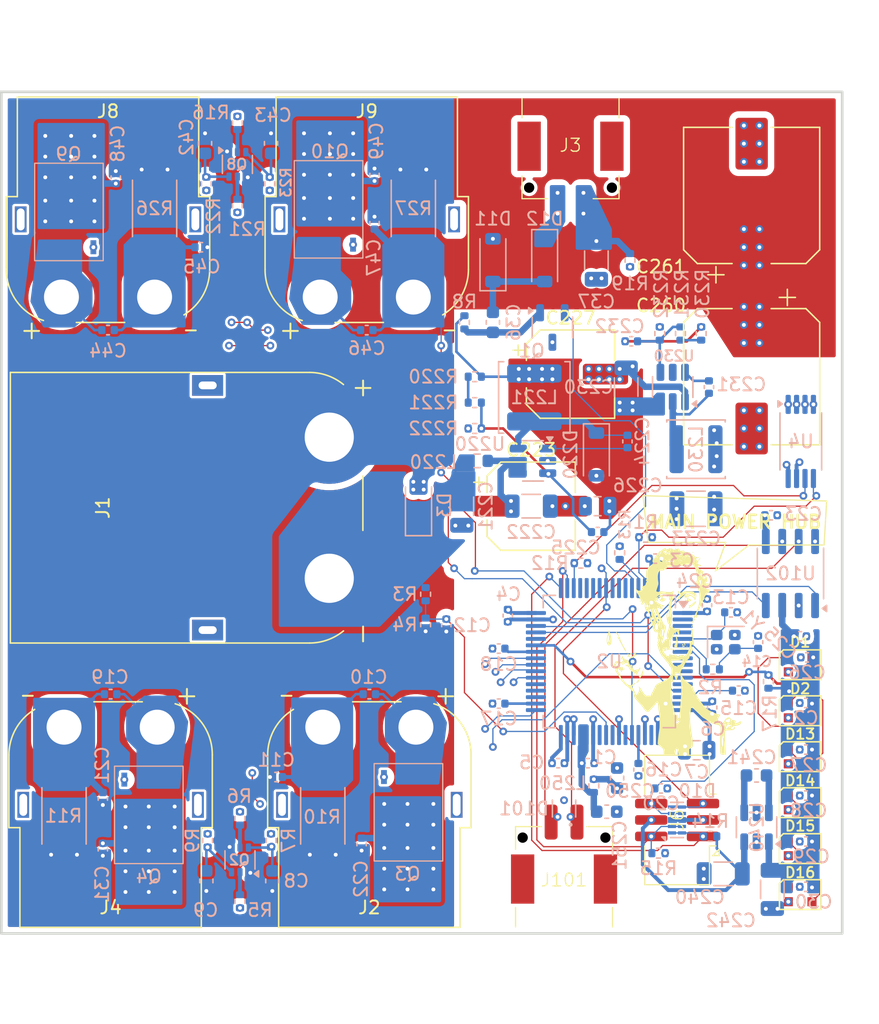
<source format=kicad_pcb>
(kicad_pcb (version 20241229) (generator "pcbnew") (generator_version "9.0")
  (layers (0 "F.Cu" signal) (4 "In1.Cu" power "FGND.Cu") (6 "In2.Cu" power "FPWR.Cu") (8 "In3.Cu" power "BPWR.Cu") (10 "In4.Cu" power "BGND.Cu") (2 "B.Cu" signal) (13 "F.Paste" user) (15 "B.Paste" user) (5 "F.SilkS" user "F.Silkscreen") (7 "B.SilkS" user "B.Silkscreen") (1 "F.Mask" user) (3 "B.Mask" user) (25 "Edge.Cuts" user))
  (net 0 "")
  (net 1 "GND")
  (net 2 "VDDA")
  (net 3 "+5V")
  (net 4 "VDD")
  (net 5 "Net-(Q2A-C1)")
  (net 6 "Net-(Q2B-C2)")
  (net 7 "/Analog Stuff/vsense_p2")
  (net 8 "Net-(J2-Pin_2)")
  (net 9 "/Power/VBUS_{SENSE}")
  (net 10 "Net-(U2A-PF0-osc_in)")
  (net 11 "Net-(C14-Pad2)")
  (net 12 "Net-(U2A-PA2-opamp_vout_0)")
  (net 13 "Net-(U2A-PA6-opamp_vout_1)")
  (net 14 "Net-(U2A-PB12-opamp_vout_2)")
  (net 15 "Net-(U2A-PA8-opamp_vout_3)")
  (net 16 "Net-(J4-Pin_2)")
  (net 17 "/Analog Stuff/vsense_p3")
  (net 18 "/dbg.nrst")
  (net 19 "VBUS")
  (net 20 "Net-(D11-K)")
  (net 21 "Net-(Q1-D)")
  (net 22 "Vdrive")
  (net 23 "Net-(Q8A-C1)")
  (net 24 "Net-(Q10-G)")
  (net 25 "Net-(J8-Pin_2)")
  (net 26 "/Analog Stuff/vsense_p0")
  (net 27 "/Analog Stuff/vsense_p1")
  (net 28 "Net-(J9-Pin_2)")
  (net 29 "/Power/VBUS_{FLT}")
  (net 30 "/Power/12V_{SW}")
  (net 31 "/Power/12V_{BST}")
  (net 32 "+12V")
  (net 33 "/Power/12V_{FB}")
  (net 34 "/Power/3V3_{SW}")
  (net 35 "/Power/3V3_{BST}")
  (net 36 "/Power/3V3_{FB}")
  (net 37 "/Power/CP-")
  (net 38 "/Power/CP+")
  (net 39 "Net-(D1-DIN)")
  (net 40 "Net-(D1-DOUT)")
  (net 41 "Net-(D13-DIN)")
  (net 42 "/dbg.swdio")
  (net 43 "/dbg.swclk")
  (net 44 "/dbg.swo")
  (net 45 "Net-(D12-K)")
  (net 46 "Net-(D13-DOUT)")
  (net 47 "Net-(D14-DOUT)")
  (net 48 "Net-(D15-DOUT)")
  (net 50 "/CANH")
  (net 51 "/CANL")
  (net 52 "/Analog Stuff/clk_in")
  (net 53 "Net-(Q2B-B2)")
  (net 54 "Net-(Q2A-B1)")
  (net 55 "Net-(Q8A-B1)")
  (net 56 "Net-(Q8B-B2)")
  (net 57 "Net-(U2A-PB9-i2c_sda)")
  (net 58 "Net-(U2A-PF1-osc_out)")
  (net 59 "/Analog Stuff/~{chan2}")
  (net 60 "/Analog Stuff/~{chan3}")
  (net 61 "Net-(U2A-PA15-i2c_sclk)")
  (net 62 "Net-(U2A-PB8-boot0)")
  (net 63 "/Analog Stuff/~{chan0}")
  (net 64 "/Analog Stuff/~{chan1}")
  (net 65 "/Power/12V_{FBM}")
  (net 66 "/Power/3V3_{FBM}")
  (net 67 "Net-(U102-RXD)")
  (net 68 "Net-(U102-TXD)")
  (footprint "Connector_AMASS:AMASS_XT60PW-F_1x02_P7.20mm_Horizontal" (layer "F.Cu") (at 111.85 65.85)
    (property "Reference" "J8")
    (property "Value" "XT60F")
  )
  (footprint "Capacitor_SMD:CP_Elec_10x10" (layer "F.Cu") (at 158 58 90)
    (property "Reference" "C261")
    (property "Value" "270u")
  )
  (footprint "LED_SMD:LED_WS2812B-2020_PLCC4_2.0x2.0mm" (layer "F.Cu") (at 161.75 112)
    (property "Reference" "D16")
    (property "Value" "WS2812B-2020")
  )
  (footprint "LED_SMD:LED_WS2812B-2020_PLCC4_2.0x2.0mm" (layer "F.Cu") (at 161.75 97.8)
    (property "Reference" "D2")
    (property "Value" "WS2812B-2020")
  )
  (footprint "Bluesat:GregHouse" (layer "F.Cu") (at 152.24994 92.504904)
    (property "Reference" "G***" (hide yes))
    (property "Value" "LOGO" (hide yes))
  )
  (footprint "Capacitor_SMD:CP_Elec_10x10" (layer "F.Cu") (at 158 72 -90)
    (property "Reference" "C260")
    (property "Value" "270u")
  )
  (footprint "Bluesat:SM02B-PASS" (layer "F.Cu") (at 143.5 115 180)
    (property "Reference" "J101")
    (property "Value" "SM02B-PASS")
  )
  (footprint "LED_SMD:LED_WS2812B-2020_PLCC4_2.0x2.0mm" (layer "F.Cu") (at 161.75 101.35)
    (property "Reference" "D13")
    (property "Value" "WS2812B-2020")
  )
  (footprint "Bluesat:IDC6" (layer "F.Cu") (at 152.240001 106.2375 90)
    (property "Reference" "J6")
    (property "Value" "IDC6")
  )
  (footprint "Capacitor_SMD:CP_Elec_6.3x7.7" (layer "F.Cu") (at 140.96 82)
    (property "Reference" "C223")
    (property "Value" "68u")
  )
  (footprint "Connector_AMASS:AMASS_XT60PW-F_1x02_P7.20mm_Horizontal" (layer "F.Cu") (at 131.85 65.85)
    (property "Reference" "J9")
    (property "Value" "XT60F")
  )
  (footprint "Capacitor_SMD:CP_Elec_6.3x7.7" (layer "F.Cu") (at 144 71.8)
    (property "Reference" "C227")
    (property "Value" "68u")
  )
  (footprint "Connector_AMASS:AMASS_XT60PW-F_1x02_P7.20mm_Horizontal" (layer "F.Cu") (at 124.85 99.070001 180)
    (property "Reference" "J2")
    (property "Value" "XT60F")
  )
  (footprint "LED_SMD:LED_WS2812B-2020_PLCC4_2.0x2.0mm" (layer "F.Cu") (at 161.75 94.25)
    (property "Reference" "D1")
    (property "Value" "WS2812B-2020")
  )
  (footprint "Bluesat:SM02B-PASS" (layer "F.Cu") (at 144 50)
    (property "Reference" "J3")
    (property "Value" "SM02B-PASS")
  )
  (footprint "LED_SMD:LED_WS2812B-2020_PLCC4_2.0x2.0mm" (layer "F.Cu") (at 161.75 104.9)
    (property "Reference" "D14")
    (property "Value" "WS2812B-2020")
  )
  (footprint "LED_SMD:LED_WS2812B-2020_PLCC4_2.0x2.0mm" (layer "F.Cu") (at 161.75 108.45)
    (property "Reference" "D15")
    (property "Value" "WS2812B-2020")
  )
  (footprint "Connector_AMASS:AMASS_XT60PW-F_1x02_P7.20mm_Horizontal" (layer "F.Cu") (at 104.85 99.07 180)
    (property "Reference" "J4")
    (property "Value" "XT60F")
  )
  (footprint "Connector_AMASS:AMASS_XT90PW-M_1x02_P10.90mm_Horizontal" (layer "F.Cu") (at 125.35 87.57 90)
    (property "Reference" "J1")
    (property "Value" "XT90M")
  )
  (footprint "Resistor_SMD:R_0402_1005Metric" (layer "B.Cu") (at 115.85 57.1 90)
    (property "Reference" "R22")
    (property "Value" "470k")
  )
  (footprint "Resistor_SMD:R_0402_1005Metric" (layer "B.Cu") (at 136.6 74)
    (property "Reference" "R221")
    (property "Value" "47k")
  )
  (footprint "Capacitor_SMD:C_0402_1005Metric" (layer "B.Cu") (at 121.25 102.92)
    (property "Reference" "C11")
    (property "Value" "1n")
  )
  (footprint "Resistor_SMD:R_0402_1005Metric" (layer "B.Cu") (at 144.8 86.4 180)
    (property "Reference" "R12")
    (property "Value" "10k")
  )
  (footprint "Diode_SMD:D_SOD-123" (layer "B.Cu") (at 138 63 90)
    (property "Reference" "D11")
    (property "Value" "SBR0560S1-7")
  )
  (footprint "Resistor_SMD:R_0402_1005Metric" (layer "B.Cu") (at 136.6 72 180)
    (property "Reference" "R220")
    (property "Value" "100k")
  )
  (footprint "Capacitor_SMD:C_0603_1608Metric" (layer "B.Cu") (at 120.85 53.975 -90)
    (property "Reference" "C43")
    (property "Value" "100n")
  )
  (footprint "Capacitor_SMD:C_1206_3216Metric" (layer "B.Cu") (at 140.96 82 180)
    (property "Reference" "C222")
    (property "Value" "1u")
  )
  (footprint "Diode_SMD:D_SOD-123" (layer "B.Cu") (at 146 78 -90)
    (property "Reference" "D220")
    (property "Value" "D_Schottky_Small")
  )
  (footprint "Capacitor_SMD:C_0402_1005Metric" (layer "B.Cu") (at 148.7 69.264999 180)
    (property "Reference" "C232")
    (property "Value" "33p")
  )
  (footprint "Resistor_SMD:R_2512_6332Metric" (layer "B.Cu") (at 111.85 59 90)
    (property "Reference" "R26")
    (property "Value" "1m")
  )
  (footprint "Capacitor_SMD:C_1210_3225Metric" (layer "B.Cu") (at 153.7 82.199999)
    (property "Reference" "C233")
    (property "Value" "22u")
  )
  (footprint "Diode_SMD:D_SMF" (layer "B.Cu") (at 132.25 81.92 90)
    (property "Reference" "D3")
    (property "Value" "30V")
  )
  (footprint "Resistor_SMD:R_0402_1005Metric" (layer "B.Cu") (at 147.8 85.6 -90)
    (property "Reference" "R13")
    (property "Value" "10k")
  )
  (footprint "Capacitor_SMD:C_0402_1005Metric" (layer "B.Cu") (at 128.25 68.4 180)
    (property "Reference" "C46")
    (property "Value" "1n")
  )
  (footprint "Resistor_SMD:R_0402_1005Metric" (layer "B.Cu") (at 152.5 68.664999 90)
    (property "Reference" "R231")
    (property "Value" "10k")
  )
  (footprint "Package_SO:TSSOP-8_4.4x3mm_P0.65mm" (layer "B.Cu") (at 161.8 77 -90)
    (property "Reference" "U4")
    (property "Value" "24LC128")
  )
  (footprint "Capacitor_SMD:C_0402_1005Metric" (layer "B.Cu") (at 107.85 104.6 90)
    (property "Reference" "C21")
    (property "Value" "1n")
  )
  (footprint "Capacitor_SMD:C_0402_1005Metric" (layer "B.Cu") (at 107.85 108.52 -90)
    (property "Reference" "C31")
    (property "Value" "1n")
  )
  (footprint "Package_TO_SOT_SMD:SOT-363_SC-70-6" (layer "B.Cu") (at 118.25 55.6 -90)
    (property "Reference" "Q8")
    (property "Value" "Q_Dual_NPN_NPN_E1B1C2E2B2C1")
  )
  (footprint "Resistor_SMD:R_0402_1005Metric" (layer "B.Cu") (at 145.799999 103.6 -90)
    (property "Reference" "L250")
    (property "Value" "600R")
  )
  (footprint "Capacitor_SMD:C_0402_1005Metric" (layer "B.Cu") (at 139.15 90.45 90)
    (property "Reference" "C4")
    (property "Value" "220n")
  )
  (footprint "Capacitor_SMD:C_0402_1005Metric" (layer "B.Cu") (at 138.45 93)
    (property "Reference" "C18")
    (property "Value" "3n3")
  )
  (footprint "Capacitor_SMD:C_0402_1005Metric" (layer "B.Cu") (at 161.75 92.050001 180)
    (property "Reference" "C25")
    (property "Value" "220n")
  )
  (footprint "Capacitor_SMD:C_0402_1005Metric" (layer "B.Cu") (at 146.1 84)
    (property "Reference" "C225")
    (property "Value" "33p")
  )
  (footprint "Package_TO_SOT_SMD:SOT-363_SC-70-6" (layer "B.Cu") (at 118.450001 109.32 90)
    (property "Reference" "Q2")
    (property "Value" "Q_Dual_NPN_NPN_E1B1C2E2B2C1")
  )
  (footprint "Resistor_SMD:R_0402_1005Metric" (layer "B.Cu") (at 154.1 68.664999 -90)
    (property "Reference" "R230")
    (property "Value" "22k")
  )
  (footprint "Resistor_SMD:R_0402_1005Metric" (layer "B.Cu") (at 118.45 106.12 -90)
    (property "Reference" "R6")
    (property "Value" "10k")
  )
  (footprint "Inductor_SMD:L_Changjiang_FNR4020S" (layer "B.Cu") (at 153.7 77.599999)
    (property "Reference" "L230")
    (property "Value" "4u7")
  )
  (footprint "Resistor_SMD:R_0402_1005Metric" (layer "B.Cu") (at 148.6 63 -90)
    (property "Reference" "R19")
    (property "Value" "470k")
  )
  (footprint "Resistor_SMD:R_2512_6332Metric" (layer "B.Cu") (at 104.849999 105.92 -90)
    (property "Reference" "R11")
    (property "Value" "1m")
  )
  (footprint "Capacitor_SMD:C_0402_1005Metric" (layer "B.Cu") (at 148.4 77 90)
    (property "Reference" "C224")
    (property "Value" "100n")
  )
  (footprint "Resistor_SMD:R_0402_1005Metric" (layer "B.Cu") (at 150.8 108.8)
    (property "Reference" "R15")
    (property "Value" "100k")
  )
  (footprint "Package_TO_SOT_SMD:SOT-23-6" (layer "B.Cu") (at 158.38 106.8 90)
    (property "Reference" "U240")
    (property "Value" "HX4002")
  )
  (footprint "Capacitor_SMD:C_0402_1005Metric" (layer "B.Cu") (at 128.85 60.12 -90)
    (property "Reference" "C47")
    (property "Value" "1n")
  )
  (footprint "Bluesat:PQFN_5x6mm_E_SGD" (layer "B.Cu") (at 111.4275 106.17 90)
    (property "Reference" "Q4")
    (property "Value" "IRFH7440TRPBF")
  )
  (footprint "Capacitor_SMD:C_0603_1608Metric" (layer "B.Cu") (at 115.750001 53.975 -90)
    (property "Reference" "C42")
    (property "Value" "100n")
  )
  (footprint "Capacitor_SMD:C_0402_1005Metric" (layer "B.Cu") (at 162.2 97.2)
    (property "Reference" "C2")
    (property "Value" "220n")
  )
  (footprint "Capacitor_SMD:C_1206_3216Metric" (layer "B.Cu") (at 148.3 72.799999 -90)
    (property "Reference" "C230")
    (property "Value" "4u7")
  )
  (footprint "Capacitor_SMD:C_1206_3216Metric" (layer "B.Cu") (at 135.6 82 90)
    (property "Reference" "C221")
    (property "Value" "1u")
  )
  (footprint "Capacitor_SMD:C_0402_1005Metric" (layer "B.Cu") (at 145.35 101.85 180)
    (property "Reference" "C1")
    (property "Value" "220n")
  )
  (footprint "Capacitor_SMD:C_0603_1608Metric" (layer "B.Cu") (at 158.38 102.8)
    (property "Reference" "C241")
    (property "Value" "2u2")
  )
  (footprint "Resistor_SMD:R_0402_1005Metric" (layer "B.Cu") (at 118.25 58.8 90)
    (property "Reference" "R21")
    (property "Value" "10k")
  )
  (footprint "Resistor_SMD:R_0402_1005Metric" (layer "B.Cu") (at 132.8 88.8 -90)
    (property "Reference" "R3")
    (property "Value" "220k")
  )
  (footprint "Capacitor_SMD:C_0402_1005Metric" (layer "B.Cu") (at 108.85 56.6 90)
    (property "Reference" "C48")
    (property "Value" "1n")
  )
  (footprint "Package_TO_SOT_SMD:TSOT-23-6" (layer "B.Cu") (at 141.1 78.5 180)
    (property "Reference" "U220")
    (property "Value" "MP2459GJ-Z-MS")
  )
  (footprint "Capacitor_SMD:C_0402_1005Metric" (layer "B.Cu") (at 138.45 97.25)
    (property "Reference" "C17")
    (property "Value" "3n3")
  )
  (footprint "Resistor_SMD:R_0402_1005Metric" (layer "B.Cu") (at 132.8 91.155 -90)
    (property "Reference" "R4")
    (property "Value" "10k")
  )
  (footprint "Capacitor_SMD:C_0402_1005Metric" (layer "B.Cu") (at 127.85 108.12 -90)
    (property "Reference" "C22")
    (property "Value" "1n")
  )
  (footprint "Resistor_SMD:R_0402_1005Metric" (layer "B.Cu") (at 155 94.6 180)
    (property "Reference" "R2")
    (property "Value" "470R")
  )
  (footprint "Capacitor_SMD:C_0402_1005Metric" (layer "B.Cu") (at 108.45 96.52)
    (property "Reference" "C19")
    (property "Value" "1n")
  )
  (footprint "Resistor_SMD:R_0402_1005Metric" (layer "B.Cu") (at 118.25 52.4 -90)
    (property "Reference" "R16")
    (property "Value" "10k")
  )
  (footprint "Capacitor_SMD:C_0402_1005Metric" (layer "B.Cu") (at 143.05 101.85 180)
    (property "Reference" "C5")
    (property "Value" "220n")
  )
  (footprint "Capacitor_SMD:C_0603_1608Metric" (layer "B.Cu") (at 138 67.8 90)
    (property "Reference" "C36")
    (property "Value" "100n")
  )
  (footprint "Package_QFP:LQFP-64_10x10mm_P0.5mm" (layer "B.Cu") (at 147 94 180)
    (property "Reference" "U2")
    (property "Value" "STM32G474RBT6")
  )
  (footprint "Resistor_SMD:R_0402_1005Metric" (layer "B.Cu") (at 136.6 76 180)
    (property "Reference" "R222")
    (property "Value" "10k")
  )
  (footprint "Capacitor_SMD:C_0402_1005Metric" (layer "B.Cu") (at 162.2 107.9)
    (property "Reference" "C29")
    (property "Value" "220n")
  )
  (footprint "Bluesat:PQFN_5x6mm_E_SGD" (layer "B.Cu") (at 105.2025 58.95 -90)
    (property "Reference" "Q9")
    (property "Value" "IRFH7440TRPBF")
  )
  (footprint "Capacitor_SMD:C_0402_1005Metric" (layer "B.Cu") (at 154.55 89.65 -90)
    (property "Reference" "C24")
    (property "Value" "220n")
  )
  (footprint "Resistor_SMD:R_0402_1005Metric" (layer "B.Cu") (at 154.8 107.5 180)
    (property "Reference" "R14")
    (property "Value" "100k")
  )
  (footprint "Resistor_SMD:R_0603_1608Metric" (layer "B.Cu") (at 136.775 78.5)
    (property "Reference" "L220")
    (property "Value" "120R")
  )
  (footprint "Resistor_SMD:R_0402_1005Metric" (layer "B.Cu") (at 120.75 57.1 90)
    (property "Reference" "R23")
    (property "Value" "470k")
  )
  (footprint "Capacitor_SMD:C_0402_1005Metric" (layer "B.Cu") (at 151 103.8)
    (property "Reference" "C20")
    (property "Value" "10n")
  )
  (footprint "Capacitor_SMD:C_0402_1005Metric" (layer "B.Cu") (at 158.5 92.5 -90)
    (property "Reference" "C14")
    (property "Value" "10p")
  )
  (footprint "Capacitor_SMD:C_0402_1005Metric" (layer "B.Cu") (at 154.7 72.799999 -90)
    (property "Reference" "C231")
    (property "Value" "220n")
  )
  (footprint "Capacitor_SMD:C_0402_1005Metric" (layer "B.Cu") (at 128.45 96.52)
    (property "Reference" "C10")
    (property "Value" "1n")
  )
  (footprint "Capacitor_SMD:C_0603_1608Metric" (layer "B.Cu") (at 120.949999 110.945 90)
    (property "Reference" "C8")
    (property "Value" "100n")
  )
  (footprint "Capacitor_SMD:C_0402_1005Metric" (layer "B.Cu") (at 128.85 56.4 90)
    (property "Reference" "C49")
    (property "Value" "1n")
  )
  (footprint "Bluesat:PQFN_5x6mm_E_SGD" (layer "B.Cu") (at 125.2725 58.75 -90)
    (property "Reference" "Q10")
    (property "Value" "IRFH7440TRPBF")
  )
  (footprint "Resistor_SMD:R_0402_1005Metric" (layer "B.Cu") (at 118.45 112.52 90)
    (property "Reference" "R5")
    (property "Value" "10k")
  )
  (footprint "Capacitor_SMD:C_0402_1005Metric" (layer "B.Cu") (at 162.2 100.8)
    (property "Reference" "C27")
    (property "Value" "220n")
  )
  (footprint "Capacitor_SMD:C_0402_1005Metric" (layer "B.Cu") (at 162.2 111.4)
    (property "Reference" "C30")
    (property "Value" "220n")
  )
  (footprint "Capacitor_SMD:C_0402_1005Metric" (layer "B.Cu") (at 115.45 62 180)
    (property "Reference" "C45")
    (property "Value" "1n")
  )
  (footprint "Capacitor_SMD:C_0603_1608Metric" (layer "B.Cu") (at 115.85 110.945001 90)
    (property "Reference" "C9")
    (property "Value" "100n")
  )
  (footprint "Inductor_SMD:L_Changjiang_FNR5040S" (layer "B.Cu") (at 141.2 73.6 -90)
    (property "Reference" "L221")
    (property "Value" "15u")
  )
  (footprint "Capacitor_SMD:C_0402_1005Metric" (layer "B.Cu") (at 108.25 68.4 180)
    (property "Reference" "C44")
    (property "Value" "1n")
  )
  (footprint "Crystal:Crystal_SMD_2016-4Pin_2.0x1.6mm" (layer "B.Cu") (at 156 92.5)
    (property "Reference" "Y1")
    (property "Value" "24MHz")
  )
  (footprint "Capacitor_SMD:C_1206_3216Metric" (layer "B.Cu") (at 155.8 110.4)
    (property "Reference" "C240")
    (property "Value" "10u")
  )
  (footprint "Capacitor_SMD:C_0402_1005Metric" (layer "B.Cu") (at 134.4 91.2 90)
    (property "Reference" "C12")
    (property "Value" "10n")
  )
  (footprint "Capacitor_SMD:C_0603_1608Metric" (layer "B.Cu") (at 147.6 103 -90)
    (property "Reference" "C250")
    (property "Value" "2u2")
  )
  (footprint "Package_SO:SOIC-8_3.9x4.9mm_P1.27mm" (layer "B.Cu") (at 161 87.2 90)
    (property "Reference" "U102")
    (property "Value" "TCAN1462V")
  )
  (footprint "Capacitor_SMD:C_1206_3216Metric" (layer "B.Cu") (at 146 63 90)
    (property "Reference" "C37")
    (property "Value" "1u")
  )
  (footprint "Resistor_SMD:R_2512_6332Metric" (layer "B.Cu") (at 124.85 105.92 -90)
    (property "Reference" "R10")
    (property "Value" "1m")
  )
  (footprint "Diode_SMD:D_SOD-123" (layer "B.Cu") (at 142 63 -90)
    (property "Reference" "D12")
    (property "Value" "SBR0560S1-7")
  )
  (footprint "Resistor_SMD:R_0402_1005Metric" (layer "B.Cu") (at 135.8 67.8 -90)
    (property "Reference" "R8")
    (property "Value" "100R")
  )
  (footprint "Capacitor_SMD:C_1206_3216Metric" (layer "B.Cu") (at 159.6 111.6 90)
    (property "Reference" "C242")
    (property "Value" "10u")
  )
  (footprint "Capacitor_SMD:C_0402_1005Metric" (layer "B.Cu") (at 159.5 82.7 180)
    (property "Reference" "C23")
    (property "Value" "220n")
  )
  (footprint "Capacitor_SMD:C_0402_1005Metric" (layer "B.Cu") (at 150.55 86.05)
    (property "Reference" "C3")
    (property "Value" "220n")
  )
  (footprint "Capacitor_SMD:C_0402_1005Metric" (layer "B.Cu") (at 154.95 97.55 -90)
    (property "Reference" "C6")
    (property "Value" "220n")
  )
  (footprint "Capacitor_SMD:C_0402_1005Metric" (layer "B.Cu") (at 157 96.25 180)
    (property "Reference" "C15")
    (property "Value" "3n3")
  )
  (footprint "Package_TO_SOT_SMD:SOT-23-3" (layer "B.Cu") (at 142.6 68.2 -90)
    (property "Reference" "Q1")
    (property "Value" "SSM3K333R")
  )
  (footprint "Capacitor_SMD:C_0402_1005Metric" (layer "B.Cu") (at 156.4 90.2 180)
    (property "Reference" "C13")
    (property "Value" "10p")
  )
  (footprint "Resistor_SMD:R_0402_1005Metric" (layer "B.Cu") (at 120.85 107.82 -90)
    (property "Reference" "R7")
    (property "Value" "470k")
  )
  (footprint "Capacitor_SMD:C_0402_1005Metric" (layer "B.Cu") (at 149.25 102.35 90)
    (property "Reference" "C16")
    (property "Value" "3n3")
  )
  (footprint "Resistor_SMD:R_0402_1005Metric" (layer "B.Cu") (at 115.95 107.82 -90)
    (property "Reference" "R9")
    (property "Value" "470k")
  )
  (footprint "Resistor_SMD:R_0402_1005Metric" (layer "B.Cu") (at 159.3 95.55 90)
    (property "Reference" "R17")
    (property "Value" "1k")
  )
  (footprint "Resistor_SMD:R_0402_1005Metric" (layer "B.Cu") (at 150.9 68.664999 90)
    (property "Reference" "R232")
    (property "Value" "10k")
  )
  (footprint "Bluesat:PQFN_5x6mm_E_SGD" (layer "B.Cu") (at 131.4975 105.97 90)
    (property "Reference" "Q3")
    (property "Value" "IRFH7440TRPBF")
  )
  (footprint "Package_TO_SOT_SMD:TSOT-23-6" (layer "B.Cu") (at 151.9 72.799999 90)
    (property "Reference" "U230")
    (property "Value" "AP62200TWU")
  )
  (footprint "Resistor_SMD:R_0402_1005Metric" (layer "B.Cu") (at 149.8 84.4 180)
    (property "Reference" "R1")
    (property "Value" "10k")
  )
  (footprint "Resistor_SMD:R_2512_6332Metric" (layer "B.Cu") (at 131.85 59 90)
    (property "Reference" "R27")
    (property "Value" "1m")
  )
  (footprint "Capacitor_SMD:C_0805_2012Metric" (layer "B.Cu") (at 153.75 100.85)
    (property "Reference" "C7")
    (property "Value" "4u7")
  )
  (footprint "Package_TO_SOT_SMD:SOT-523" (layer "B.Cu") (at 143.5 105.355001 90)
    (property "Reference" "D101")
    (property "Value" "5V")
  )
  (footprint "Capacitor_SMD:C_0402_1005Metric" (layer "B.Cu") (at 162.2 104.35)
    (property "Reference" "C28")
    (property "Value" "220n")
  )
  (footprint "Capacitor_SMD:C_0603_1608Metric" (layer "B.Cu") (at 146.799999 105.600001 180)
    (property "Reference" "C251")
    (property "Value" "2u2")
  )
  (footprint "Package_DFN_QFN:Diodes_UDFN-10_1.0x2.5mm_P0.5mm" (layer "B.Cu") (at 152.2275 106.2375)
    (property "Reference" "D10")
    (property "Value" "D_TVS_Dual_Compact")
  )
  (footprint "Capacitor_SMD:C_0402_1005Metric" (layer "B.Cu") (at 162.28 93.68)
    (property "Reference" "C26")
    (property "Value" "220n")
  )
  (footprint "Capacitor_SMD:C_0805_2012Metric" (layer "B.Cu") (at 146.1 82)
    (property "Reference" "C226")
    (property "Value" "1u")
  )
  (gr_poly (pts (xy 155.2 87) (xy 156 84.8) (xy 150.000002 84.8) (xy 149.598709 81.188368) (xy 163.8 81.6) (xy 163.6 85) (xy 157.8 85)) (stroke (width 0.1)) (fill no) (layer "F.SilkS"))
  (gr_rect (start 100 50) (end 165 115) (stroke (width 0.2)) (fill no) (layer "Edge.Cuts"))
  (gr_text "MAIN POWER HUB" (at 150 83.8 0) (layer "F.SilkS") (effects (font (size 1 1) (thickness 0.2) (bold yes)) (justify left bottom)))
  (via (at 147.8 72.2) (size 0.6) (drill 0.3) (layers "F.Cu" "B.Cu") (net 1))
  (via (at 145.4 72.2) (size 0.6) (drill 0.3) (layers "F.Cu" "B.Cu") (net 1))
  (via (at 107.85 109) (size 0.6) (drill 0.3) (layers "F.Cu" "B.Cu") (net 1))
  (via (at 156.88 90.2) (size 0.6) (drill 0.3) (layers "F.Cu" "B.Cu") (net 1))
  (via (at 143.5 104.710001) (size 0.6) (drill 0.3) (layers "F.Cu" "B.Cu") (net 1))
  (via (at 160.835 112.55) (size 0.6) (drill 0.3) (layers "F.Cu" "B.Cu") (net 1))
  (via (at 157.4 77.4) (size 0.6) (drill 0.3) (layers "F.Cu" "B.Cu") (net 1))
  (via (at 145.1 82) (size 0.6) (drill 0.3) (layers "F.Cu" "B.Cu") (net 1))
  (via (at 151.48 103.8) (size 0.6) (drill 0.3) (layers "F.Cu" "B.Cu") (net 1))
  (via (at 154.240002 106.2375) (size 0.6) (drill 0.3) (layers "F.Cu" "B.Cu") (net 1))
  (via (at 142.6 69.3375) (size 0.6) (drill 0.3) (layers "F.Cu" "B.Cu") (net 1))
  (via (at 150.9 68.155) (size 0.6) (drill 0.3) (layers "F.Cu" "B.Cu") (net 1))
  (via (at 151.309999 108.8) (size 0.6) (drill 0.3) (layers "F.Cu" "B.Cu") (net 1))
  (via (at 103.85 108.92) (size 0.6) (drill 0.3) (layers "F.Cu" "B.Cu") (net 1))
  (via (at 147.75 98.45) (size 0.6) (drill 0.3) (layers "F.Cu" "B.Cu") (net 1))
  (via (at 136.090001 76) (size 0.6) (drill 0.3) (layers "F.Cu" "B.Cu") (net 1))
  (via (at 158.5 92.02) (size 0.6) (drill 0.3) (layers "F.Cu" "B.Cu") (net 1))
  (via (at 145.6 64.4) (size 0.6) (drill 0.3) (layers "F.Cu" "B.Cu") (net 1))
  (via (at 150.07 86.05) (size 0.6) (drill 0.3) (layers "F.Cu" "B.Cu") (net 1))
  (via (at 160.835 94.8) (size 0.6) (drill 0.3) (layers "F.Cu" "B.Cu") (net 1))
  (via (at 160.835 98.35) (size 0.6) (drill 0.3) (layers "F.Cu" "B.Cu") (net 1))
  (via (at 157.4 55.4) (size 0.6) (drill 0.3) (layers "F.Cu" "B.Cu") (net 1))
  (via (at 161.72 104.35) (size 0.6) (drill 0.3) (layers "F.Cu" "B.Cu") (net 1))
  (via (at 142.2375 78.5) (size 0.6) (drill 0.3) (layers "F.Cu" "B.Cu") (net 1))
  (via (at 158.6 54) (size 0.6) (drill 0.3) (layers "F.Cu" "B.Cu") (net 1))
  (via (at 145.75 98.45) (size 0.6) (drill 0.3) (layers "F.Cu" "B.Cu") (net 1))
  (via (at 142.65 90.75) (size 0.6) (drill 0.3) (layers "F.Cu" "B.Cu") (net 1))
  (via (at 161.72 107.9) (size 0.6) (drill 0.3) (layers "F.Cu" "B.Cu") (net 1))
  (via (at 137.97 97.25) (size 0.6) (drill 0.3) (layers "F.Cu" "B.Cu") (net 1))
  (via (at 137.97 93) (size 0.6) (drill 0.3) (layers "F.Cu" "B.Cu") (net 1))
  (via (at 158.38 107.9375) (size 0.6) (drill 0.3) (layers "F.Cu" "B.Cu") (net 1))
  (via (at 161.475 74.1375) (size 0.6) (drill 0.3) (layers "F.Cu" "B.Cu") (net 1))
  (via (at 135.1 83.5) (size 0.6) (drill 0.3) (layers "F.Cu" "B.Cu") (net 1))
  (via (at 161.72 111.4) (size 0.6) (drill 0.3) (layers "F.Cu" "B.Cu") (net 1))
  (via (at 146.4 64.4) (size 0.6) (drill 0.3) (layers "F.Cu" "B.Cu") (net 1))
  (via (at 151.35 97.25) (size 0.6) (drill 0.3) (layers "F.Cu" "B.Cu") (net 1))
  (via (at 157.4 76) (size 0.6) (drill 0.3) (layers "F.Cu" "B.Cu") (net 1))
  (via (at 157.4 54) (size 0.6) (drill 0.3) (layers "F.Cu" "B.Cu") (net 1))
  (via (at 161.8 93.68) (size 0.6) (drill 0.3) (layers "F.Cu" "B.Cu") (net 1))
  (via (at 128.85 59.64) (size 0.6) (drill 0.3) (layers "F.Cu" "B.Cu") (net 1))
  (via (at 120.77 102.92) (size 0.6) (drill 0.3) (layers "F.Cu" "B.Cu") (net 1))
  (via (at 160.825 74.1375) (size 0.6) (drill 0.3) (layers "F.Cu" "B.Cu") (net 1))
  (via (at 125.85 108.92) (size 0.6) (drill 0.3) (layers "F.Cu" "B.Cu") (net 1))
  (via (at 120.85 53.2) (size 0.6) (drill 0.3) (layers "F.Cu" "B.Cu") (net 1))
  (via (at 155.3 93.05) (size 0.6) (drill 0.3) (layers "F.Cu" "B.Cu") (net 1))
  (via (at 149.25 102.83) (size 0.6) (drill 0.3) (layers "F.Cu" "B.Cu") (net 1))
  (via (at 159.1 113.1) (size 0.6) (drill 0.3) (layers "F.Cu" "B.Cu") (net 1))
  (via (at 107.85 105.08) (size 0.6) (drill 0.3) (layers "F.Cu" "B.Cu") (net 1))
  (via (at 147 71.4) (size 0.6) (drill 0.3) (layers "F.Cu" "B.Cu") (net 1))
  (via (at 132.8 91.664999) (size 0.6) (drill 0.3) (layers "F.Cu" "B.Cu") (net 1))
  (via (at 158.6 52.6) (size 0.6) (drill 0.3) (layers "F.Cu" "B.Cu") (net 1))
  (via (at 147.6 102.225) (size 0.6) (drill 0.3) (layers "F.Cu" "B.Cu") (net 1))
  (via (at 162.125 74.1375) (size 0.6) (drill 0.3) (layers "F.Cu" "B.Cu") (net 1))
  (via (at 108.85 56.12) (size 0.6) (drill 0.3) (layers "F.Cu" "B.Cu") (net 1))
  (via (at 160.835 109) (size 0.6) (drill 0.3) (layers "F.Cu" "B.Cu") (net 1))
  (via (at 161.72 97.2) (size 0.6) (drill 0.3) (layers "F.Cu" "B.Cu") (net 1))
  (via (at 105.85 108.92) (size 0.6) (drill 0.3) (layers "F.Cu" "B.Cu") (net 1))
  (via (at 127.85 108.6) (size 0.6) (drill 0.3) (layers "F.Cu" "B.Cu") (net 1))
  (via (at 131.85 80.12) (size 0.6) (drill 0.3) (layers "F.Cu" "B.Cu") (net 1))
  (via (at 157.4 74.6) (size 0.6) (drill 0.3) (layers "F.Cu" "B.Cu") (net 1))
  (via (at 156.7 91.95) (size 0.6) (drill 0.3) (layers "F.Cu" "B.Cu") (net 1))
  (via (at 154.3 110.8) (size 0.6) (drill 0.3) (layers "F.Cu" "B.Cu") (net 1))
  (via (at 162.23 92.05) (size 0.6) (drill 0.3) (layers "F.Cu" "B.Cu") (net 1))
  (via (at 146 79.65) (size 0.6) (drill 0.3) (layers "F.Cu" "B.Cu") (net 1))
  (via (at 148.8 71.2) (size 0.6) (drill 0.3) (layers "F.Cu" "B.Cu") (net 1))
  (via (at 152.2 83) (size 0.6) (drill 0.3) (layers "F.Cu" "B.Cu") (net 1))
  (via (at 115.93 62) (size 0.6) (drill 0.3) (layers "F.Cu" "B.Cu") (net 1))
  (via (at 157.48 96.25) (size 0.6) (drill 0.3) (layers "F.Cu" "B.Cu") (net 1))
  (via (at 136.1 83.5) (size 0.6) (drill 0.3) (layers "F.Cu" "B.Cu") (net 1))
  (via (at 158.6 55.4) (size 0.6) (drill 0.3) (layers "F.Cu" "B.Cu") (net 1))
  (via (at 132.65 80.12) (size 0.6) (drill 0.3) (layers "F.Cu" "B.Cu") (net 1))
  (via (at 152.85 100.55) (size 0.6) (drill 0.3) (layers "F.Cu" "B.Cu") (net 1))
  (via (at 143.6 82) (size 0.6) (drill 0.3) (layers "F.Cu" "B.Cu") (net 1))
  (via (at 146.2 72.2) (size 0.6) (drill 0.3) (layers "F.Cu" "B.Cu") (net 1))
  (via (at 147.8 71.4) (size 0.6) (drill 0.3) (layers "F.Cu" "B.Cu") (net 1))
  (via (at 147 72.2) (size 0.6) (drill 0.3) (layers "F.Cu" "B.Cu") (net 1))
  (via (at 158.6 77.4) (size 0.6) (drill 0.3) (layers "F.Cu" "B.Cu") (net 1))
  (via (at 162.775 74.1375) (size 0.6) (drill 0.3) (layers "F.Cu" "B.Cu") (net 1))
  (via (at 147.8 85.090001) (size 0.6) (drill 0.3) (layers "F.Cu" "B.Cu") (net 1))
  (via (at 146.2 71.4) (size 0.6) (drill 0.3) (layers "F.Cu" "B.Cu") (net 1))
  (via (at 158.6 76) (size 0.6) (drill 0.3) (layers "F.Cu" "B.Cu") (net 1))
  (via (at 110.85 56) (size 0.6) (drill 0.3) (layers "F.Cu" "B.Cu") (net 1))
  (via (at 134.4 91.68) (size 0.6) (drill 0.3) (layers "F.Cu" "B.Cu") (net 1))
  (via (at 161.7 78.6) (size 0.6) (drill 0.3) (layers "F.Cu" "B.Cu") (net 1))
  (via (at 161.72 100.8) (size 0.6) (drill 0.3) (layers "F.Cu" "B.Cu") (net 1))
  (via (at 144.25 98.45) (size 0.6) (drill 0.3) (layers "F.Cu" "B.Cu") (net 1))
  (via (at 142.6 82) (size 0.6) (drill 0.3) (layers "F.Cu" "B.Cu") (net 1))
  (via (at 143.53 101.85) (size 0.6) (drill 0.3) (layers "F.Cu" "B.Cu") (net 1))
  (via (at 161.635 89.675) (size 0.6) (drill 0.3) (layers "F.Cu" "B.Cu") (net 1))
  (via (at 130.85 56) (size 0.6) (drill 0.3) (layers "F.Cu" "B.Cu") (net 1))
  (via (at 145.83 101.85) (size 0.6) (drill 0.3) (layers "F.Cu" "B.Cu") (net 1))
  (via (at 150.75 98.45) (size 0.6) (drill 0.3) (layers "F.Cu" "B.Cu") (net 1))
  (via (at 158.6 74.6) (size 0.6) (drill 0.3) (layers "F.Cu" "B.Cu") (net 1))
  (via (at 147.574999 105.600001) (size 0.6) (drill 0.3) (layers "F.Cu" "B.Cu") (net 1))
  (via (at 131.85 80.72) (size 0.6) (drill 0.3) (layers "F.Cu" "B.Cu") (net 1))
  (via (at 149.75 98.45) (size 0.6) (drill 0.3) (layers "F.Cu" "B.Cu") (net 1))
  (via (at 154.95 97.07) (size 0.6) (drill 0.3) (layers "F.Cu" "B.Cu") (net 1))
  (via (at 117.65 108.32) (size 0.6) (drill 0.3) (layers "F.Cu" "B.Cu") (net 1))
  (via (at 152.2 81.4) (size 0.6) (drill 0.3) (layers "F.Cu" "B.Cu") (net 1))
  (via (at 152.2 82.2) (size 0.6) (drill 0.3) (layers "F.Cu" "B.Cu") (net 1))
  (via (at 115.750001 53.2) (size 0.6) (drill 0.3) (layers "F.Cu" "B.Cu") (net 1))
  (via (at 120.949999 111.72) (size 0.6) (drill 0.3) (layers "F.Cu" "B.Cu") (net 1))
  (via (at 132.65 80.72) (size 0.6) (drill 0.3) (layers "F.Cu" "B.Cu") (net 1))
  (via (at 145.4 71.4) (size 0.6) (drill 0.3) (layers "F.Cu" "B.Cu") (net 1))
  (via (at 112.85 56) (size 0.6) (drill 0.3) (layers "F.Cu" "B.Cu") (net 1))
  (via (at 117.45 54.6) (size 0.6) (drill 0.3) (layers "F.Cu" "B.Cu") (net 1))
  (via (at 160.835 105.45) (size 0.6) (drill 0.3) (layers "F.Cu" "B.Cu") (net 1))
  (via (at 148.6 63.509999) (size 0.6) (drill 0.3) (layers "F.Cu" "B.Cu") (net 1))
  (via (at 132.85 56) (size 0.6) (drill 0.3) (layers "F.Cu" "B.Cu") (net 1))
  (via (at 154.55 89.17) (size 0.6) (drill 0.3) (layers "F.Cu" "B.Cu") (net 1))
  (via (at 128.85 55.92) (size 0.6) (drill 0.3) (layers "F.Cu" "B.Cu") (net 1))
  (via (at 123.85 108.92) (size 0.6) (drill 0.3) (layers "F.Cu" "B.Cu") (net 1))
  (via (at 159.98 82.700001) (size 0.6) (drill 0.3) (layers "F.Cu" "B.Cu") (net 1))
  (via (at 119.25 110.32) (size 0.6) (drill 0.3) (layers "F.Cu" "B.Cu") (net 1))
  (via (at 143.75 98.45) (size 0.6) (drill 0.3) (layers "F.Cu" "B.Cu") (net 1))
  (via (at 119.05 56.6) (size 0.6) (drill 0.3) (layers "F.Cu" "B.Cu") (net 1))
  (via (at 139.15 90.93) (size 0.6) (drill 0.3) (layers "F.Cu" "B.Cu") (net 1))
  (via (at 115.85 111.72) (size 0.6) (drill 0.3) (layers "F.Cu" "B.Cu") (net 1))
  (via (at 160.835 101.9) (size 0.6) (drill 0.3) (layers "F.Cu" "B.Cu") (net 1))
  (via (at 160 113.1) (size 0.6) (drill 0.3) (layers "F.Cu" "B.Cu") (net 1))
  (via (at 154.3 110) (size 0.6) (drill 0.3) (layers "F.Cu" "B.Cu") (net 1))
  (via (at 150.25 89.45) (size 0.6) (drill 0.3) (layers "F.Cu" "B.Cu") (net 1))
  (via (at 152.85 101.15) (size 0.6) (drill 0.3) (layers "F.Cu" "B.Cu") (net 1))
  (via (at 157.4 52.6) (size 0.6) (drill 0.3) (layers "F.Cu" "B.Cu") (net 1))
  (segment (start 143.53 101.85) (end 143.751 101.629) (width 0.3) (layer "B.Cu") (net 1))
  (segment (start 145.75 101.77) (end 145.83 101.85) (width 0.3) (layer "B.Cu") (net 1))
  (segment (start 148.3 71.324998) (end 149.751001 72.775999) (width 0.5) (layer "B.Cu") (net 1))
  (segment (start 150.25 88.325) (end 150.25 89.45) (width 0.3) (layer "B.Cu") (net 1))
  (segment (start 152.675 97.25) (end 151.35 97.25) (width 0.3) (layer "B.Cu") (net 1))
  (segment (start 149.75 99.675) (end 149.75 98.45) (width 0.3) (layer "B.Cu") (net 1))
  (segment (start 152.476 72.775999) (end 152.85 73.149999) (width 0.5) (layer "B.Cu") (net 1))
  (segment (start 147.75 99.675) (end 147.75 98.45) (width 0.3) (layer "B.Cu") (net 1))
  (segment (start 149.751001 72.775999) (end 152.476 72.775999) (width 0.5) (layer "B.Cu") (net 1))
  (segment (start 152.675 97.25) (end 154.77 97.25) (width 0.3) (layer "B.Cu") (net 1))
  (segment (start 141.325 90.75) (end 142.65 90.75) (width 0.3) (layer "B.Cu") (net 1))
  (segment (start 151.877501 106.2375) (end 152.640001 106.2375) (width 0.3) (layer "B.Cu") (net 1))
  (segment (start 152.85 73.149999) (end 152.85 73.937499) (width 0.5) (layer "B.Cu") (net 1))
  (segment (start 154.77 97.25) (end 154.95 97.07) (width 0.3) (layer "B.Cu") (net 1))
  (segment (start 139.33 90.75) (end 139.15 90.93) (width 0.3) (layer "B.Cu") (net 1))
  (segment (start 161.475 79.8625) (end 161.475 78.825) (width 0.3) (layer "B.Cu") (net 1))
  (segment (start 143.75 99.675) (end 143.75 98.45) (width 0.3) (layer "B.Cu") (net 1))
  (segment (start 150.75 99.675) (end 150.75 98.45) (width 0.3) (layer "B.Cu") (net 1))
  (segment (start 161.475 78.825) (end 161.7 78.6) (width 0.3) (layer "B.Cu") (net 1))
  (segment (start 141.325 90.75) (end 139.33 90.75) (width 0.3) (layer "B.Cu") (net 1))
  (segment (start 143.751 101.629) (end 143.751 99.675) (width 0.3) (layer "B.Cu") (net 1))
  (segment (start 145.75 99.675) (end 145.75 98.45) (width 0.3) (layer "B.Cu") (net 1))
  (segment (start 152.640001 106.2375) (end 154.240002 106.2375) (width 0.3) (layer "B.Cu") (net 1))
  (segment (start 150.25 88.325) (end 150.25 86.23) (width 0.3) (layer "B.Cu") (net 1))
  (segment (start 144.25 99.675) (end 144.25 98.45) (width 0.3) (layer "B.Cu") (net 1))
  (segment (start 150.25 86.23) (end 150.07 86.05) (width 0.3) (layer "B.Cu") (net 1))
  (segment (start 145.75 99.675) (end 145.75 101.77) (width 0.3) (layer "B.Cu") (net 1))
  (via (at 144.87 101.85) (size 0.6) (drill 0.3) (layers "F.Cu" "B.Cu") (net 2))
  (segment (start 144.87 103.499999) (end 144.87 101.85) (width 0.5) (layer "B.Cu") (net 2))
  (segment (start 145.48 104.109999) (end 144.87 103.499999) (width 0.5) (layer "B.Cu") (net 2))
  (segment (start 145.799999 104.109999) (end 145.48 104.109999) (width 0.5) (layer "B.Cu") (net 2))
  (segment (start 145.799999 105.375001) (end 146.024999 105.600001) (width 0.5) (layer "B.Cu") (net 2))
  (segment (start 145.799999 104.109999) (end 145.799999 105.375001) (width 0.5) (layer "B.Cu") (net 2))
  (via (at 162.665 104.35) (size 0.6) (drill 0.3) (layers "F.Cu" "B.Cu") (net 3))
  (via (at 162.665 97.25) (size 0.6) (drill 0.3) (layers "F.Cu" "B.Cu") (net 3))
  (via (at 162.665 100.8) (size 0.6) (drill 0.3) (layers "F.Cu" "B.Cu") (net 3))
  (via (at 162.665 111.45) (size 0.6) (drill 0.3) (layers "F.Cu" "B.Cu") (net 3))
  (via (at 162.665 107.9) (size 0.6) (drill 0.3) (layers "F.Cu" "B.Cu") (net 3))
  (via (at 161.27 92.05) (size 0.6) (drill 0.3) (layers "F.Cu" "B.Cu") (net 3))
  (via (at 162.76 93.68) (size 0.6) (drill 0.3) (layers "F.Cu" "B.Cu") (net 3))
  (via (at 160.9 96.3) (size 0.6) (drill 0.3) (layers "F.Cu" "B.Cu") (net 3))
  (segment (start 160.9 96.3) (end 160.9 96.219998) (width 0.2) (layer "B.Cu") (net 3))
  (segment (start 160.9 96.219998) (end 160.740001 96.059999) (width 0.2) (layer "B.Cu") (net 3))
  (segment (start 160.365 89.675) (end 160.365 91.145) (width 0.5) (layer "B.Cu") (net 3))
  (segment (start 159.329999 107.9375) (end 159.329999 109.854998) (width 0.5) (layer "B.Cu") (net 3))
  (segment (start 160.740001 96.059999) (end 159.3 96.059999) (width 0.2) (layer "B.Cu") (net 3))
  (segment (start 159.329999 109.854998) (end 159.6 110.124999) (width 0.5) (layer "B.Cu") (net 3))
  (segment (start 160.365 91.145) (end 161.27 92.05) (width 0.5) (layer "B.Cu") (net 3))
  (segment (start 148.22 69.264999) (end 152.990001 69.264999) (width 0.2) (layer "F.Cu") (net 4))
  (segment (start 152.990001 69.264999) (end 154.1 68.155) (width 0.2) (layer "F.Cu") (net 4))
  (via (at 145.8 103.090001) (size 0.6) (drill 0.3) (layers "F.Cu" "B.Cu") (net 4))
  (via (at 162.905 84.725) (size 0.6) (drill 0.3) (layers "F.Cu" "B.Cu") (net 4))
  (via (at 155.1 78.934999) (size 0.6) (drill 0.3) (layers "F.Cu" "B.Cu") (net 4))
  (via (at 155.300001 78.134999) (size 0.6) (drill 0.3) (layers "F.Cu" "B.Cu") (net 4))
  (via (at 154.55 90.13) (size 0.6) (drill 0.3) (layers "F.Cu" "B.Cu") (net 4))
  (via (at 150.309999 84.4) (size 0.6) (drill 0.3) (layers "F.Cu" "B.Cu") (net 4))
  (via (at 154.95 98.03) (size 0.6) (drill 0.3) (layers "F.Cu" "B.Cu") (net 4))
  (via (at 139.19 90.01) (size 0.6) (drill 0.3) (layers "F.Cu" "B.Cu") (net 4))
  (via (at 154.1 68.155) (size 0.6) (drill 0.3) (layers "F.Cu" "B.Cu") (net 4))
  (via (at 159.02 82.700001) (size 0.6) (drill 0.3) (layers "F.Cu" "B.Cu") (net 4))
  (via (at 155.100001 81.264999) (size 0.6) (drill 0.3) (layers "F.Cu" "B.Cu") (net 4))
  (via (at 160.7 78.8) (size 0.6) (drill 0.3) (layers "F.Cu" "B.Cu") (net 4))
  (via (at 154.75 101.15) (size 0.6) (drill 0.3) (layers "F.Cu" "B.Cu") (net 4))
  (via (at 158.38 105.6625) (size 0.6) (drill 0.3) (layers "F.Cu" "B.Cu") (net 4))
  (via (at 150.24 106.2375) (size 0.6) (drill 0.3) (layers "F.Cu" "B.Cu") (net 4))
  (via (at 155.1 76.134999) (size 0.6) (drill 0.3) (layers "F.Cu" "B.Cu") (net 4))
  (via (at 155.300001 77.134999) (size 0.6) (drill 0.3) (layers "F.Cu" "B.Cu") (net 4))
  (via (at 147.6 103.8) (size 0.6) (drill 0.3) (layers "F.Cu" "B.Cu") (net 4))
  (via (at 155.1 82.264998) (size 0.6) (drill 0.3) (layers "F.Cu" "B.Cu") (net 4))
  (via (at 151.03 86.05) (size 0.6) (drill 0.3) (layers "F.Cu" "B.Cu") (net 4))
  (via (at 145.309999 86.4) (size 0.6) (drill 0.3) (layers "F.Cu" "B.Cu") (net 4))
  (via (at 148.22 69.264999) (size 0.6) (drill 0.3) (layers "F.Cu" "B.Cu") (net 4))
  (via (at 155.1 83.064999) (size 0.6) (drill 0.3) (layers "F.Cu" "B.Cu") (net 4))
  (via (at 154.75 100.55) (size 0.6) (drill 0.3) (layers "F.Cu" "B.Cu") (net 4))
  (via (at 142.57 101.85) (size 0.6) (drill 0.3) (layers "F.Cu" "B.Cu") (net 4))
  (segment (start 159.095 84.725) (end 159.095 82.775) (width 0.5) (layer "B.Cu") (net 4))
  (segment (start 157.430001 110.245) (end 157.275001 110.4) (width 0.5) (layer "B.Cu") (net 4))
  (segment (start 160.824999 78.925) (end 160.7 78.8) (width 0.3) (layer "B.Cu") (net 4))
  (segment (start 142.57 101.85) (end 142.57 101.43) (width 0.3) (layer "B.Cu") (net 4))
  (segment (start 155.31 107.5) (end 155.31 108.434999) (width 0.2) (layer "B.Cu") (net 4))
  (segment (start 139.19 90.01) (end 139.15 89.97) (width 0.3) (layer "B.Cu") (net 4))
  (segment (start 150.75 88.325) (end 150.75 86.33) (width 0.3) (layer "B.Cu") (net 4))
  (segment (start 141.325 90.25) (end 139.43 90.25) (width 0.3) (layer "B.Cu") (net 4))
  (segment (start 154.67 97.75) (end 154.95 98.03) (width 0.3) (layer "B.Cu") (net 4))
  (segment (start 159.095 82.775) (end 159.02 82.7) (width 0.5) (layer "B.Cu") (net 4))
  (segment (start 155.31 108.434999) (end 157.275001 110.4) (width 0.2) (layer "B.Cu") (net 4))
  (segment (start 150.75 86.33) (end 151.03 86.05) (width 0.3) (layer "B.Cu") (net 4))
  (segment (start 150.24 106.2375) (end 149.589001 106.888499) (width 0.3) (layer "B.Cu") (net 4))
  (segment (start 145.8 103.090001) (end 146.915001 103.090001) (width 0.5) (layer "B.Cu") (net 4))
  (segment (start 143.25 100.75) (end 143.25 99.675) (width 0.3) (layer "B.Cu") (net 4))
  (segment (start 146.915001 103.090001) (end 147.6 103.775) (width 0.5) (layer "B.Cu") (net 4))
  (segment (start 152.675 97.75) (end 153.55 97.75) (width 0.3) (layer "B.Cu") (net 4))
  (segment (start 142.57 101.43) (end 143.25 100.75) (width 0.3) (layer "B.Cu") (net 4))
  (segment (start 145.799999 103.090001) (end 145.8 103.090001) (width 0.5) (layer "B.Cu") (net 4))
  (segment (start 154.75 98.95) (end 154.75 100.55) (width 0.3) (layer "B.Cu") (net 4))
  (segment (start 149.589001 106.888499) (end 149.589001 109.689001) (width 0.3) (layer "B.Cu") (net 4))
  (segment (start 139.43 90.25) (end 139.19 90.01) (width 0.3) (layer "B.Cu") (net 4))
  (segment (start 152.675 97.75) (end 154.67 97.75) (width 0.3) (layer "B.Cu") (net 4))
  (segment (start 154.43 90.25) (end 154.55 90.13) (width 0.3) (layer "B.Cu") (net 4))
  (segment (start 149.589001 109.689001) (end 151.551 111.651) (width 0.3) (layer "B.Cu") (net 4))
  (segment (start 151.551 111.651) (end 156.024001 111.651) (width 0.3) (layer "B.Cu") (net 4))
  (segment (start 156.024001 111.651) (end 157.275001 110.4) (width 0.3) (layer "B.Cu") (net 4))
  (segment (start 152.675 90.25) (end 154.43 90.25) (width 0.3) (layer "B.Cu") (net 4))
  (segment (start 153.55 97.75) (end 154.75 98.95) (width 0.3) (layer "B.Cu") (net 4))
  (segment (start 157.430001 107.9375) (end 157.430001 110.245) (width 0.5) (layer "B.Cu") (net 4))
  (segment (start 160.825 79.8625) (end 160.824999 78.925) (width 0.3) (layer "B.Cu") (net 4))
  (via (at 120.89 108.29) (size 0.6) (drill 0.3) (layers "F.Cu" "B.Cu") (net 5))
  (via (at 129.58 102.92) (size 0.6) (drill 0.3) (layers "F.Cu" "B.Cu") (net 5))
  (segment (start 120.949999 108.429998) (end 120.85 108.33) (width 0.2) (layer "B.Cu") (net 5))
  (segment (start 119.1 108.370001) (end 120.809999 108.370001) (width 0.2) (layer "B.Cu") (net 5))
  (segment (start 120.949999 110.17) (end 120.949999 108.429998) (width 0.2) (layer "B.Cu") (net 5))
  (segment (start 120.85 108.33) (end 120.89 108.29) (width 0.2) (layer "B.Cu") (net 5))
  (segment (start 120.809999 108.370001) (end 120.85 108.33) (width 0.2) (layer "B.Cu") (net 5))
  (via (at 115.94 108.34) (size 0.6) (drill 0.3) (layers "F.Cu" "B.Cu") (net 6))
  (via (at 109.51 103.12) (size 0.6) (drill 0.3) (layers "F.Cu" "B.Cu") (net 6))
  (segment (start 117.8 110.27) (end 115.95 108.42) (width 0.2) (layer "B.Cu") (net 6))
  (segment (start 115.94 108.34) (end 115.95 108.329999) (width 0.2) (layer "B.Cu") (net 6))
  (segment (start 115.85 110.17) (end 115.85 108.429999) (width 0.2) (layer "B.Cu") (net 6))
  (segment (start 115.95 108.42) (end 115.95 108.329999) (width 0.2) (layer "B.Cu") (net 6))
  (segment (start 115.85 108.429999) (end 115.94 108.34) (width 0.2) (layer "B.Cu") (net 6))
  (via (at 137.4 99.2) (size 0.6) (drill 0.3) (layers "F.Cu" "B.Cu") (net 7))
  (segment (start 127.97 96.52) (end 127.4 96.52) (width 0.2) (layer "B.Cu") (net 7))
  (segment (start 140.875 98.2) (end 141.325 97.75) (width 0.095) (layer "B.Cu") (net 7))
  (segment (start 138.4 98.2) (end 140.875 98.2) (width 0.095) (layer "B.Cu") (net 7))
  (segment (start 137.4 99.2) (end 138.4 98.2) (width 0.095) (layer "B.Cu") (net 7))
  (segment (start 124.8125 102.92) (end 124.85 102.9575) (width 0.3) (layer "B.Cu") (net 7))
  (segment (start 127.4 96.52) (end 124.85 99.070001) (width 0.2) (layer "B.Cu") (net 7))
  (segment (start 121.73 102.92) (end 124.8125 102.92) (width 0.3) (layer "B.Cu") (net 7))
  (segment (start 128.93 96.52) (end 129.5 96.52) (width 0.2) (layer "B.Cu") (net 8))
  (segment (start 129.5 96.52) (end 132.05 99.07) (width 0.2) (layer "B.Cu") (net 8))
  (segment (start 138.8 99.4) (end 135.8 96.4) (width 0.095) (layer "F.Cu") (net 9))
  (segment (start 135.8 92.12) (end 134.4 90.72) (width 0.095) (layer "F.Cu") (net 9))
  (segment (start 135.8 96.4) (end 135.8 92.12) (width 0.095) (layer "F.Cu") (net 9))
  (via (at 134.4 90.72) (size 0.6) (drill 0.3) (layers "F.Cu" "B.Cu") (net 9))
  (via (at 138.8 99.4) (size 0.6) (drill 0.3) (layers "F.Cu" "B.Cu") (net 9))
  (segment (start 132.8 89.309999) (end 132.8 90.645001) (width 0.095) (layer "B.Cu") (net 9))
  (segment (start 132.845001 90.645001) (end 132.92 90.72) (width 0.095) (layer "B.Cu") (net 9))
  (segment (start 142 99.4) (end 143.4985 97.9015) (width 0.095) (layer "B.Cu") (net 9))
  (segment (start 132.92 90.72) (end 134.4 90.72) (width 0.095) (layer "B.Cu") (net 9))
  (segment (start 132.8 90.645001) (end 132.845001 90.645001) (width 0.095) (layer "B.Cu") (net 9))
  (segment (start 145.977197 97.9015) (end 146.75 98.674303) (width 0.095) (layer "B.Cu") (net 9))
  (segment (start 146.75 98.674303) (end 146.75 99.675) (width 0.095) (layer "B.Cu") (net 9))
  (segment (start 143.4985 97.9015) (end 145.977197 97.9015) (width 0.095) (layer "B.Cu") (net 9))
  (segment (start 138.8 99.4) (end 142 99.4) (width 0.095) (layer "B.Cu") (net 9))
  (segment (start 155.92 90.2) (end 155.92 91.33) (width 0.095) (layer "B.Cu") (net 10))
  (segment (start 155 92.25) (end 155.3 91.95) (width 0.095) (layer "B.Cu") (net 10))
  (segment (start 155.92 91.33) (end 155.3 91.95) (width 0.095) (layer "B.Cu") (net 10))
  (segment (start 152.675 92.25) (end 155 92.25) (width 0.095) (layer "B.Cu") (net 10))
  (segment (start 155.509999 94.5) (end 155.509999 94.090001) (width 0.095) (layer "B.Cu") (net 11))
  (segment (start 156.77 92.98) (end 156.7 93.05) (width 0.095) (layer "B.Cu") (net 11))
  (segment (start 156.55 93.05) (end 156.7 93.05) (width 0.095) (layer "B.Cu") (net 11))
  (segment (start 155.509999 94.090001) (end 156.55 93.05) (width 0.095) (layer "B.Cu") (net 11))
  (segment (start 158.5 92.98) (end 156.77 92.98) (width 0.095) (layer "B.Cu") (net 11))
  (segment (start 153.409578 96.75) (end 152.675 96.75) (width 0.095) (layer "B.Cu") (net 12))
  (segment (start 153.909578 96.25) (end 153.409578 96.75) (width 0.095) (layer "B.Cu") (net 12))
  (segment (start 156.52 96.25) (end 153.909578 96.25) (width 0.095) (layer "B.Cu") (net 12))
  (segment (start 149.25 99.675) (end 149.25 101.87) (width 0.2) (layer "B.Cu") (net 13))
  (segment (start 141.325 97.25) (end 138.93 97.25) (width 0.2) (layer "B.Cu") (net 14))
  (segment (start 139.18 93.25) (end 138.93 93) (width 0.2) (layer "B.Cu") (net 15))
  (segment (start 141.325 93.25) (end 139.18 93.25) (width 0.2) (layer "B.Cu") (net 15))
  (segment (start 109.5 96.52) (end 112.05 99.07) (width 0.2) (layer "B.Cu") (net 16))
  (segment (start 108.93 96.52) (end 109.5 96.52) (width 0.2) (layer "B.Cu") (net 16))
  (via (at 138 100.6) (size 0.6) (drill 0.3) (layers "F.Cu" "B.Cu") (net 17))
  (segment (start 107.4 96.52) (end 104.85 99.07) (width 0.2) (layer "B.Cu") (net 17))
  (segment (start 104.849999 102.9575) (end 106.6875 102.9575) (width 0.5) (layer "B.Cu") (net 17))
  (segment (start 141.904 98.496) (end 138.704 98.496) (width 0.095) (layer "B.Cu") (net 17))
  (segment (start 106.6875 102.9575) (end 107.85 104.12) (width 0.5) (layer "B.Cu") (net 17))
  (segment (start 151.85 95.25) (end 150 93.4) (width 0.095) (layer "B.Cu") (net 17))
  (segment (start 138 99.2) (end 138 100.6) (width 0.095) (layer "B.Cu") (net 17))
  (segment (start 107.97 96.52) (end 107.4 96.52) (width 0.2) (layer "B.Cu") (net 17))
  (segment (start 138.704 98.496) (end 138 99.2) (width 0.095) (layer "B.Cu") (net 17))
  (segment (start 150 93.4) (end 147 93.4) (width 0.095) (layer "B.Cu") (net 17))
  (segment (start 147 93.4) (end 141.904 98.496) (width 0.095) (layer "B.Cu") (net 17))
  (segment (start 152.675 95.25) (end 151.85 95.25) (width 0.095) (layer "B.Cu") (net 17))
  (via (at 150.240001 104.9675) (size 0.6) (drill 0.3) (layers "F.Cu" "B.Cu") (net 18))
  (segment (start 157.8 95.4) (end 158.2 95.8) (width 0.095) (layer "B.Cu") (net 18))
  (segment (start 153.971501 93.771502) (end 153.971501 94.947592) (width 0.095) (layer "B.Cu") (net 18))
  (segment (start 151.010001 105.7375) (end 151.840001 105.7375) (width 0.095) (layer "B.Cu") (net 18))
  (segment (start 153.449999 93.25) (end 153.971501 93.771502) (width 0.095) (layer "B.Cu") (net 18))
  (segment (start 158.2 95.8) (end 158.2 99.4) (width 0.095) (layer "B.Cu") (net 18))
  (segment (start 152.675 93.25) (end 153.449999 93.25) (width 0.095) (layer "B.Cu") (net 18))
  (segment (start 150.240001 104.9675) (end 150.240001 104.079999) (width 0.095) (layer "B.Cu") (net 18))
  (segment (start 151.840001 105.7375) (end 152.614999 105.7375) (width 0.095) (layer "B.Cu") (net 18))
  (segment (start 150.240001 104.9675) (end 151.010001 105.7375) (width 0.095) (layer "B.Cu") (net 18))
  (segment (start 150.240001 104.079999) (end 150.52 103.8) (width 0.095) (layer "B.Cu") (net 18))
  (segment (start 158.2 99.4) (end 154.3585 103.2415) (width 0.095) (layer "B.Cu") (net 18))
  (segment (start 154.423909 95.4) (end 157.8 95.4) (width 0.095) (layer "B.Cu") (net 18))
  (segment (start 153.971501 94.947592) (end 154.423909 95.4) (width 0.095) (layer "B.Cu") (net 18))
  (segment (start 151.0785 103.2415) (end 150.52 103.8) (width 0.095) (layer "B.Cu") (net 18))
  (segment (start 154.3585 103.2415) (end 151.0785 103.2415) (width 0.095) (layer "B.Cu") (net 18))
  (via (at 105.4 58.4) (size 0.6) (drill 0.3) (layers "F.Cu" "B.Cu") (net 19))
  (via (at 107.2 53.4) (size 0.6) (drill 0.3) (layers "F.Cu" "B.Cu") (net 19))
  (via (at 113.4 105.2) (size 0.6) (drill 0.3) (layers "F.Cu" "B.Cu") (net 19))
  (via (at 108.85 57.08) (size 0.6) (drill 0.3) (layers "F.Cu" "B.Cu") (net 19))
  (via (at 133.4 111.6) (size 0.6) (drill 0.3) (layers "F.Cu" "B.Cu") (net 19))
  (via (at 107.2 56.6) (size 0.6) (drill 0.3) (layers "F.Cu" "B.Cu") (net 19))
  (via (at 109.599999 105.2) (size 0.6) (drill 0.3) (layers "F.Cu" "B.Cu") (net 19))
  (via (at 123.4 58.2) (size 0.6) (drill 0.3) (layers "F.Cu" "B.Cu") (net 19))
  (via (at 103.4 55) (size 0.6) (drill 0.3) (layers "F.Cu" "B.Cu") (net 19))
  (via (at 103.4 58.4) (size 0.6) (drill 0.3) (layers "F.Cu" "B.Cu") (net 19))
  (via (at 158.6 62) (size 0.6) (drill 0.3) (layers "F.Cu" "B.Cu") (net 19))
  (via (at 123.4 59.8) (size 0.6) (drill 0.3) (layers "F.Cu" "B.Cu") (net 19))
  (via (at 103.4 60) (size 0.6) (drill 0.3) (layers "F.Cu" "B.Cu") (net 19))
  (via (at 107.2 58.4) (size 0.6) (drill 0.3) (layers "F.Cu" "B.Cu") (net 19))
  (via (at 157.4 69.4) (size 0.6) (drill 0.3) (layers "F.Cu" "B.Cu") (net 19))
  (via (at 129.6 111.6) (size 0.6) (drill 0.3) (layers "F.Cu" "B.Cu") (net 19))
  (via (at 111.400001 108.6) (size 0.6) (drill 0.3) (layers "F.Cu" "B.Cu") (net 19))
  (via (at 127.2 54.8) (size 0.6) (drill 0.3) (layers "F.Cu" "B.Cu") (net 19))
  (via (at 158.6 66.6) (size 0.6) (drill 0.3) (layers "F.Cu" "B.Cu") (net 19))
  (via (at 158.6 60.6) (size 0.6) (drill 0.3) (layers "F.Cu" "B.Cu") (net 19))
  (via (at 129.599999 105) (size 0.6) (drill 0.3) (layers "F.Cu" "B.Cu") (net 19))
  (via (at 107.85 108.04) (size 0.6) (drill 0.3) (layers "F.Cu" "B.Cu") (net 19))
  (via (at 125.4 59.8) (size 0.6) (drill 0.3) (layers "F.Cu" "B.Cu") (net 19))
  (via (at 105.4 56.6) (size 0.6) (drill 0.3) (layers "F.Cu" "B.Cu") (net 19))
  (via (at 127.2 56.4) (size 0.6) (drill 0.3) (layers "F.Cu" "B.Cu") (net 19))
  (via (at 111.4 106.799999) (size 0.6) (drill 0.3) (layers "F.Cu" "B.Cu") (net 19))
  (via (at 113.4 106.8) (size 0.6) (drill 0.3) (layers "F.Cu" "B.Cu") (net 19))
  (via (at 113.4 110.2) (size 0.6) (drill 0.3) (layers "F.Cu" "B.Cu") (net 19))
  (via (at 113.4 108.6) (size 0.6) (drill 0.3) (layers "F.Cu" "B.Cu") (net 19))
  (via (at 133.4 105) (size 0.6) (drill 0.3) (layers "F.Cu" "B.Cu") (net 19))
  (via (at 129.6 106.599999) (size 0.6) (drill 0.3) (layers "F.Cu" "B.Cu") (net 19))
  (via (at 131.4 106.599999) (size 0.6) (drill 0.3) (layers "F.Cu" "B.Cu") (net 19))
  (via (at 125.4 54.8) (size 0.6) (drill 0.3) (layers "F.Cu" "B.Cu") (net 19))
  (via (at 157.4 68) (size 0.6) (drill 0.3) (layers "F.Cu" "B.Cu") (net 19))
  (via (at 125.4 53.2) (size 0.6) (drill 0.3) (layers "F.Cu" "B.Cu") (net 19))
  (via (at 133.4 108.4) (size 0.6) (drill 0.3) (layers "F.Cu" "B.Cu") (net 19))
  (via (at 129.599999 108.4) (size 0.6) (drill 0.3) (layers "F.Cu" "B.Cu") (net 19))
  (via (at 127.2 59.8) (size 0.6) (drill 0.3) (layers "F.Cu" "B.Cu") (net 19))
  (via (at 123.4 54.8) (size 0.6) (drill 0.3) (layers "F.Cu" "B.Cu") (net 19))
  (via (at 109.6 111.8) (size 0.6) (drill 0.3) (layers "F.Cu" "B.Cu") (net 19))
  (via (at 103.4 53.4) (size 0.6) (drill 0.3) (layers "F.Cu" "B.Cu") (net 19))
  (via (at 158.6 63.4) (size 0.6) (drill 0.3) (layers "F.Cu" "B.Cu") (net 19))
  (via (at 157.4 62) (size 0.6) (drill 0.3) (layers "F.Cu" "B.Cu") (net 19))
  (via (at 125.4 58.2) (size 0.6) (drill 0.3) (layers "F.Cu" "B.Cu") (net 19))
  (via (at 103.4 56.6) (size 0.6) (drill 0.3) (layers "F.Cu" "B.Cu") (net 19))
  (via (at 127.2 58.2) (size 0.6) (drill 0.3) (layers "F.Cu" "B.Cu") (net 19))
  (via (at 107.2 55) (size 0.6) (drill 0.3) (layers "F.Cu" "B.Cu") (net 19))
  (via (at 131.400001 105) (size 0.6) (drill 0.3) (layers "F.Cu" "B.Cu") (net 19))
  (via (at 123.4 53.2) (size 0.6) (drill 0.3) (layers "F.Cu" "B.Cu") (net 19))
  (via (at 105.4 55) (size 0.6) (drill 0.3) (layers "F.Cu" "B.Cu") (net 19))
  (via (at 128.85 56.88) (size 0.6) (drill 0.3) (layers "F.Cu" "B.Cu") (net 19))
  (via (at 131.4 111.6) (size 0.6) (drill 0.3) (layers "F.Cu" "B.Cu") (net 19))
  (via (at 138 61.35) (size 0.6) (drill 0.3) (layers "F.Cu" "B.Cu") (net 19))
  (via (at 109.599999 108.6) (size 0.6) (drill 0.3) (layers "F.Cu" "B.Cu") (net 19))
  (via (at 127.2 53.2) (size 0.6) (drill 0.3) (layers "F.Cu" "B.Cu") (net 19))
  (via (at 133.4 110) (size 0.6) (drill 0.3) (layers "F.Cu" "B.Cu") (net 19))
  (via (at 133.4 106.6) (size 0.6) (drill 0.3) (layers "F.Cu" "B.Cu") (net 19))
  (via (at 131.400001 110) (size 0.6) (drill 0.3) (layers "F.Cu" "B.Cu") (net 19))
  (via (at 109.6 106.799999) (size 0.6) (drill 0.3) (layers "F.Cu" "B.Cu") (net 19))
  (via (at 111.400001 110.2) (size 0.6) (drill 0.3) (layers "F.Cu" "B.Cu") (net 19))
  (via (at 105.4 53.4) (size 0.6) (drill 0.3) (layers "F.Cu" "B.Cu") (net 19))
  (via (at 158.6 68) (size 0.6) (drill 0.3) (layers "F.Cu" "B.Cu") (net 19))
  (via (at 123.4 56.4) (size 0.6) (drill 0.3) (layers "F.Cu" "B.Cu") (net 19))
  (via (at 113.4 111.8) (size 0.6) (drill 0.3) (layers "F.Cu" "B.Cu") (net 19))
  (via (at 105.4 60) (size 0.6) (drill 0.3) (layers "F.Cu" "B.Cu") (net 19))
  (via (at 125.4 56.4) (size 0.6) (drill 0.3) (layers "F.Cu" "B.Cu") (net 19))
  (via (at 157.4 66.6) (size 0.6) (drill 0.3) (layers "F.Cu" "B.Cu") (net 19))
  (via (at 158.6 69.4) (size 0.6) (drill 0.3) (layers "F.Cu" "B.Cu") (net 19))
  (via (at 157.4 60.6) (size 0.6) (drill 0.3) (layers "F.Cu" "B.Cu") (net 19))
  (via (at 157.4 63.4) (size 0.6) (drill 0.3) (layers "F.Cu" "B.Cu") (net 19))
  (via (at 111.4 111.8) (size 0.6) (drill 0.3) (layers "F.Cu" "B.Cu") (net 19))
  (via (at 111.400001 105.2) (size 0.6) (drill 0.3) (layers "F.Cu" "B.Cu") (net 19))
  (via (at 129.6 109.999999) (size 0.6) (drill 0.3) (layers "F.Cu" "B.Cu") (net 19))
  (via (at 131.400001 108.4) (size 0.6) (drill 0.3) (layers "F.Cu" "B.Cu") (net 19))
  (via (at 109.6 110.199999) (size 0.6) (drill 0.3) (layers "F.Cu" "B.Cu") (net 19))
  (via (at 107.2 60) (size 0.6) (drill 0.3) (layers "F.Cu" "B.Cu") (net 19))
  (segment (start 130.315 107.64) (end 131.485 106.47) (width 0.5) (layer "B.Cu") (net 19))
  (segment (start 132.079999 87.57) (end 132.8 88.290001) (width 0.095) (layer "B.Cu") (net 19))
  (segment (start 125.35 87.57) (end 132.079999 87.57) (width 0.095) (layer "B.Cu") (net 19))
  (segment (start 128.85 56.88) (end 126.655 56.88) (width 0.5) (layer "B.Cu") (net 19))
  (segment (start 126.655 56.88) (end 125.285 58.25) (width 0.5) (layer "B.Cu") (net 19))
  (segment (start 107.85 108.04) (end 110.045 108.04) (width 0.5) (layer "B.Cu") (net 19))
  (segment (start 106.585 57.08) (end 105.215 58.45) (width 0.5) (layer "B.Cu") (net 19))
  (segment (start 108.85 57.08) (end 106.585 57.08) (width 0.5) (layer "B.Cu") (net 19))
  (segment (start 127.85 107.64) (end 130.315 107.64) (width 0.5) (layer "B.Cu") (net 19))
  (segment (start 110.045 108.04) (end 111.415 106.67) (width 0.5) (layer "B.Cu") (net 19))
  (segment (start 138 64.65) (end 138 67.025) (width 0.5) (layer "B.Cu") (net 20))
  (segment (start 142 64.65) (end 138 64.65) (width 0.5) (layer "B.Cu") (net 20))
  (segment (start 138 68.575) (end 136.065001 68.575) (width 0.5) (layer "B.Cu") (net 21))
  (segment (start 136.065001 68.575) (end 135.8 68.309999) (width 0.5) (layer "B.Cu") (net 21))
  (segment (start 138 68.575) (end 140.137501 68.575) (width 0.5) (layer "B.Cu") (net 21))
  (segment (start 140.137501 68.575) (end 141.650001 67.0625) (width 0.5) (layer "B.Cu") (net 21))
  (segment (start 117.8 67.8) (end 119 67.8) (width 0.095) (layer "F.Cu") (net 22))
  (segment (start 120.6 68.4) (end 119.6 68.4) (width 0.095) (layer "F.Cu") (net 22))
  (segment (start 119.4 102.6) (end 119.4 104.4) (width 0.095) (layer "F.Cu") (net 22))
  (segment (start 119.4 104.4) (end 120 105) (width 0.095) (layer "F.Cu") (net 22))
  (segment (start 119.6 68.4) (end 119 67.8) (width 0.095) (layer "F.Cu") (net 22))
  (via (at 117.8 67.8) (size 0.6) (drill 0.3) (layers "F.Cu" "B.Cu") (net 22))
  (via (at 120.75 57.609999) (size 0.6) (drill 0.3) (layers "F.Cu" "B.Cu") (net 22))
  (via (at 146 61.524999) (size 0.6) (drill 0.3) (layers "F.Cu" "B.Cu") (net 22))
  (via (at 145 59.4) (size 0.6) (drill 0.3) (layers "F.Cu" "B.Cu") (net 22))
  (via (at 120.6 68.4) (size 0.6) (drill 0.3) (layers "F.Cu" "B.Cu") (net 22))
  (via (at 120.85 107.310001) (size 0.6) (drill 0.3) (layers "F.Cu" "B.Cu") (net 22))
  (via (at 120 105) (size 0.6) (drill 0.3) (layers "F.Cu" "B.Cu") (net 22))
  (via (at 119.4 102.6) (size 0.6) (drill 0.3) (layers "F.Cu" "B.Cu") (net 22))
  (via (at 119 67.8) (size 0.6) (drill 0.3) (layers "F.Cu" "B.Cu") (net 22))
  (via (at 145 57.8) (size 0.6) (drill 0.3) (layers "F.Cu" "B.Cu") (net 22))
  (via (at 115.85 57.609999) (size 0.6) (drill 0.3) (layers "F.Cu" "B.Cu") (net 22))
  (via (at 115.95 107.310001) (size 0.6) (drill 0.3) (layers "F.Cu" "B.Cu") (net 22))
  (segment (start 147.634998 61.524999) (end 148.6 62.490001) (width 0.5) (layer "B.Cu") (net 22))
  (segment (start 146 61.524999) (end 147.634998 61.524999) (width 0.5) (layer "B.Cu") (net 22))
  (via (at 107.12 62) (size 0.6) (drill 0.3) (layers "F.Cu" "B.Cu") (net 23))
  (via (at 115.83 56.57) (size 0.6) (drill 0.3) (layers "F.Cu" "B.Cu") (net 23))
  (segment (start 115.890001 56.55) (end 115.85 56.590001) (width 0.2) (layer "B.Cu") (net 23))
  (segment (start 117.6 56.55) (end 115.890001 56.55) (width 0.2) (layer "B.Cu") (net 23))
  (segment (start 115.83 56.57) (end 115.85 56.590001) (width 0.2) (layer "B.Cu") (net 23))
  (segment (start 115.750001 56.490002) (end 115.83 56.57) (width 0.2) (layer "B.Cu") (net 23))
  (segment (start 115.750001 54.75) (end 115.750001 56.490002) (width 0.2) (layer "B.Cu") (net 23))
  (via (at 127.19 61.8) (size 0.6) (drill 0.3) (layers "F.Cu" "B.Cu") (net 24))
  (via (at 120.75 56.590001) (size 0.6) (drill 0.3) (layers "F.Cu" "B.Cu") (net 24))
  (segment (start 120.85 56.490001) (end 120.75 56.590001) (width 0.2) (layer "B.Cu") (net 24))
  (segment (start 120.75 56.5) (end 120.75 56.590001) (width 0.2) (layer "B.Cu") (net 24))
  (segment (start 118.9 54.65) (end 120.75 56.5) (width 0.2) (layer "B.Cu") (net 24))
  (segment (start 120.85 54.75) (end 120.85 56.490001) (width 0.2) (layer "B.Cu") (net 24))
  (segment (start 107.2 68.4) (end 104.65 65.85) (width 0.2) (layer "B.Cu") (net 25))
  (segment (start 107.77 68.4) (end 107.2 68.4) (width 0.2) (layer "B.Cu") (net 25))
  (segment (start 117.6 69.6) (end 120.8 69.6) (width 0.095) (layer "F.Cu") (net 26))
  (segment (start 134 79.4) (end 134.5515 79.9515) (width 0.095) (layer "F.Cu") (net 26))
  (segment (start 134.5515 86.3515) (end 135 86.8) (width 0.095) (layer "F.Cu") (net 26))
  (segment (start 150 94.349999) (end 150 90.4) (width 0.095) (layer "F.Cu") (net 26))
  (segment (start 134.5515 79.9515) (end 134.5515 86.3515) (width 0.095) (layer "F.Cu") (net 26))
  (via (at 150 90.4) (size 0.6) (drill 0.3) (layers "F.Cu" "B.Cu") (net 26))
  (via (at 135 86.8) (size 0.6) (drill 0.3) (layers "F.Cu" "B.Cu") (net 26))
  (via (at 150 94.349999) (size 0.6) (drill 0.3) (layers "F.Cu" "B.Cu") (net 26))
  (via (at 120.8 69.6) (size 0.6) (drill 0.3) (layers "F.Cu" "B.Cu") (net 26))
  (via (at 117.6 69.6) (size 0.6) (drill 0.3) (layers "F.Cu" "B.Cu") (net 26))
  (via (at 134 79.4) (size 0.6) (drill 0.3) (layers "F.Cu" "B.Cu") (net 26))
  (segment (start 136.4 87.6) (end 140.275697 87.6) (width 0.095) (layer "B.Cu") (net 26))
  (segment (start 135.8 87.6) (end 135 86.8) (width 0.095) (layer "B.Cu") (net 26))
  (segment (start 109.3 68.4) (end 111.85 65.85) (width 0.2) (layer "B.Cu") (net 26))
  (segment (start 111.8875 62) (end 111.85 61.9625) (width 0.3) (layer "B.Cu") (net 26))
  (segment (start 143.675697 91) (end 149.4 91) (width 0.095) (layer "B.Cu") (net 26))
  (segment (start 136.4 87.6) (end 135.8 87.6) (width 0.095) (layer "B.Cu") (net 26))
  (segment (start 150 94.349999) (end 151.900001 96.25) (width 0.095) (layer "B.Cu") (net 26))
  (segment (start 149.4 91) (end 150 90.4) (width 0.095) (layer "B.Cu") (net 26))
  (segment (start 140.275697 87.6) (end 143.675697 91) (width 0.095) (layer "B.Cu") (net 26))
  (segment (start 114.97 62) (end 111.8875 62) (width 0.3) (layer "B.Cu") (net 26))
  (segment (start 108.73 68.4) (end 109.3 68.4) (width 0.2) (layer "B.Cu") (net 26))
  (segment (start 151.900001 96.25) (end 152.675 96.25) (width 0.095) (layer "B.Cu") (net 26))
  (segment (start 148.8 89.9485) (end 148.8 94) (width 0.095) (layer "F.Cu") (net 27))
  (segment (start 134 78.2) (end 135.6 79.8) (width 0.095) (layer "F.Cu") (net 27))
  (segment (start 135.6 82.224303) (end 136.6485 83.272803) (width 0.095) (layer "F.Cu") (net 27))
  (segment (start 134 69.6) (end 134 78.2) (width 0.095) (layer "F.Cu") (net 27))
  (segment (start 135.6 79.8) (end 135.6 82.224303) (width 0.095) (layer "F.Cu") (net 27))
  (segment (start 136.6485 86.9515) (end 136.6 87) (width 0.095) (layer "F.Cu") (net 27))
  (segment (start 136.6485 83.272803) (end 136.6485 86.9515) (width 0.095) (layer "F.Cu") (net 27))
  (via (at 136.6 87) (size 0.6) (drill 0.3) (layers "F.Cu" "B.Cu") (net 27))
  (via (at 134 69.6) (size 0.6) (drill 0.3) (layers "F.Cu" "B.Cu") (net 27))
  (via (at 148.8 89.9485) (size 0.6) (drill 0.3) (layers "F.Cu" "B.Cu") (net 27))
  (via (at 148.8 94) (size 0.6) (drill 0.3) (layers "F.Cu" "B.Cu") (net 27))
  (segment (start 134 69.6) (end 134 68) (width 0.095) (layer "B.Cu") (net 27))
  (segment (start 134 68) (end 131.85 65.85) (width 0.095) (layer "B.Cu") (net 27))
  (segment (start 129.3 68.4) (end 131.85 65.85) (width 0.2) (layer "B.Cu") (net 27))
  (segment (start 130.2125 61.9625) (end 128.85 60.6) (width 0.5) (layer "B.Cu") (net 27))
  (segment (start 148.75 94.05) (end 148.75 99.675) (width 0.095) (layer "B.Cu") (net 27))
  (segment (start 148.0445 90.704) (end 144.104 90.704) (width 0.095) (layer "B.Cu") (net 27))
  (segment (start 148.8 89.9485) (end 148.0445 90.704) (width 0.095) (layer "B.Cu") (net 27))
  (segment (start 128.73 68.4) (end 129.3 68.4) (width 0.2) (layer "B.Cu") (net 27))
  (segment (start 131.85 61.9625) (end 130.2125 61.9625) (width 0.5) (layer "B.Cu") (net 27))
  (segment (start 140.4 87) (end 136.6 87) (width 0.095) (layer "B.Cu") (net 27))
  (segment (start 144.104 90.704) (end 140.4 87) (width 0.095) (layer "B.Cu") (net 27))
  (segment (start 148.8 94) (end 148.75 94.05) (width 0.095) (layer "B.Cu") (net 27))
  (segment (start 127.2 68.4) (end 124.65 65.85) (width 0.2) (layer "B.Cu") (net 28))
  (segment (start 127.77 68.4) (end 127.2 68.4) (width 0.2) (layer "B.Cu") (net 28))
  (via (at 139.4 81.6) (size 0.6) (drill 0.3) (layers "F.Cu" "B.Cu") (net 29))
  (via (at 139.4 82.4) (size 0.6) (drill 0.3) (layers "F.Cu" "B.Cu") (net 29))
  (segment (start 139.9625 78.5) (end 139.3959 78.5) (width 0.5) (layer "B.Cu") (net 29))
  (segment (start 139.3959 78.5) (end 138.6 79.2959) (width 0.5) (layer "B.Cu") (net 29))
  (segment (start 138.6 81.115) (end 139.485 82) (width 0.5) (layer "B.Cu") (net 29))
  (segment (start 137.6 78.5) (end 139.9625 78.5) (width 0.5) (layer "B.Cu") (net 29))
  (segment (start 138.6 79.2959) (end 138.6 81.115) (width 0.5) (layer "B.Cu") (net 29))
  (segment (start 145.100001 75.450001) (end 146 76.35) (width 0.5) (layer "B.Cu") (net 30))
  (segment (start 146.17 76.52) (end 146 76.35) (width 0.095) (layer "B.Cu") (net 30))
  (segment (start 139.9625 77.55) (end 139.9625 76.687501) (width 0.5) (layer "B.Cu") (net 30))
  (segment (start 148.4 76.52) (end 146.17 76.52) (width 0.095) (layer "B.Cu") (net 30))
  (segment (start 141.2 75.450001) (end 145.100001 75.450001) (width 0.5) (layer "B.Cu") (net 30))
  (segment (start 139.9625 76.687501) (end 141.2 75.450001) (width 0.5) (layer "B.Cu") (net 30))
  (segment (start 148.33 77.55) (end 148.4 77.48) (width 0.095) (layer "B.Cu") (net 31))
  (segment (start 142.2375 77.55) (end 148.33 77.55) (width 0.095) (layer "B.Cu") (net 31))
  (via (at 142.6 71.4) (size 0.6) (drill 0.3) (layers "F.Cu" "B.Cu") (net 32))
  (via (at 148.8 74) (size 0.6) (drill 0.3) (layers "F.Cu" "B.Cu") (net 32))
  (via (at 141.8 72.2) (size 0.6) (drill 0.3) (layers "F.Cu" "B.Cu") (net 32))
  (via (at 147 81.6) (size 0.6) (drill 0.3) (layers "F.Cu" "B.Cu") (net 32))
  (via (at 142.6 72.2) (size 0.6) (drill 0.3) (layers "F.Cu" "B.Cu") (net 32))
  (via (at 140.8 72.2) (size 0.6) (drill 0.3) (layers "F.Cu" "B.Cu") (net 32))
  (via (at 140 72.2) (size 0.6) (drill 0.3) (layers "F.Cu" "B.Cu") (net 32))
  (via (at 140.8 71.4) (size 0.6) (drill 0.3) (layers "F.Cu" "B.Cu") (net 32))
  (via (at 147.8 74.6) (size 0.6) (drill 0.3) (layers "F.Cu" "B.Cu") (net 32))
  (via (at 141.8 71.4) (size 0.6) (drill 0.3) (layers "F.Cu" "B.Cu") (net 32))
  (via (at 147 82.4) (size 0.6) (drill 0.3) (layers "F.Cu" "B.Cu") (net 32))
  (via (at 147.8 74) (size 0.6) (drill 0.3) (layers "F.Cu" "B.Cu") (net 32))
  (via (at 148.8 74.6) (size 0.6) (drill 0.3) (layers "F.Cu" "B.Cu") (net 32))
  (via (at 140 71.4) (size 0.6) (drill 0.3) (layers "F.Cu" "B.Cu") (net 32))
  (segment (start 135.179 67.911001) (end 135.179 70.069001) (width 0.2) (layer "B.Cu") (net 32))
  (segment (start 140.949999 72) (end 141.2 71.749999) (width 0.2) (layer "B.Cu") (net 32))
  (segment (start 147.049999 82) (end 147.049999 83.530001) (width 0.2) (layer "B.Cu") (net 32))
  (segment (start 137.109999 72) (end 140.949999 72) (width 0.2) (layer "B.Cu") (net 32))
  (segment (start 147.049999 83.530001) (end 146.58 84) (width 0.2) (layer "B.Cu") (net 32))
  (segment (start 135.179 70.069001) (end 137.109999 72) (width 0.2) (layer "B.Cu") (net 32))
  (segment (start 135.8 67.290001) (end 135.179 67.911001) (width 0.2) (layer "B.Cu") (net 32))
  (segment (start 137.109999 76) (end 138.7875 76) (width 0.2) (layer "F.Cu") (net 33))
  (segment (start 138.7875 76) (end 142.29375 79.50625) (width 0.2) (layer "F.Cu") (net 33))
  (via (at 142.29375 79.50625) (size 0.6) (drill 0.3) (layers "F.Cu" "B.Cu") (net 33))
  (via (at 137.109999 76) (size 0.6) (drill 0.3) (layers "F.Cu" "B.Cu") (net 33))
  (segment (start 145.62 84) (end 144.201 82.581) (width 0.2) (layer "B.Cu") (net 33))
  (segment (start 137.109999 74) (end 137.109999 76) (width 0.2) (layer "B.Cu") (net 33))
  (segment (start 144.201 81.4135) (end 142.29375 79.50625) (width 0.2) (layer "B.Cu") (net 33))
  (segment (start 142.29375 79.50625) (end 142.2375 79.45) (width 0.2) (layer "B.Cu") (net 33))
  (segment (start 144.201 82.581) (end 144.201 81.4135) (width 0.2) (layer "B.Cu") (net 33))
  (segment (start 151.9 74.599998) (end 151.9 73.937499) (width 0.2) (layer "B.Cu") (net 34))
  (segment (start 152.2 77.599999) (end 151.9 77.299999) (width 0.5) (layer "B.Cu") (net 34))
  (segment (start 153.190968 74.900999) (end 152.201001 74.900999) (width 0.2) (layer "B.Cu") (net 34))
  (segment (start 154.7 73.279999) (end 154.7 73.391967) (width 0.2) (layer "B.Cu") (net 34))
  (segment (start 154.7 73.391967) (end 153.190968 74.900999) (width 0.2) (layer "B.Cu") (net 34))
  (segment (start 151.9 77.299999) (end 151.9 73.937499) (width 0.5) (layer "B.Cu") (net 34))
  (segment (start 152.201001 74.900999) (end 151.9 74.599998) (width 0.2) (layer "B.Cu") (net 34))
  (segment (start 154.7 72.319999) (end 153.5075 72.319999) (width 0.2) (layer "B.Cu") (net 35))
  (segment (start 153.5075 72.319999) (end 152.85 71.662499) (width 0.2) (layer "B.Cu") (net 35))
  (segment (start 152.5 68.155) (end 151.919998 68.155001) (width 0.2) (layer "B.Cu") (net 36))
  (segment (start 150.809999 69.264999) (end 150.9 69.174999) (width 0.2) (layer "B.Cu") (net 36))
  (segment (start 150.9 69.174999) (end 150.9 71.612499) (width 0.2) (layer "B.Cu") (net 36))
  (segment (start 149.179999 69.264999) (end 150.809999 69.264999) (width 0.2) (layer "B.Cu") (net 36))
  (segment (start 151.919998 68.155001) (end 150.9 69.174999) (width 0.2) (layer "B.Cu") (net 36))
  (segment (start 150.9 71.612499) (end 150.95 71.662499) (width 0.2) (layer "B.Cu") (net 36))
  (segment (start 157.430001 105.6625) (end 157.43 102.975) (width 0.5) (layer "B.Cu") (net 37))
  (segment (start 157.43 102.975) (end 157.605 102.8) (width 0.5) (layer "B.Cu") (net 37))
  (segment (start 159.33 102.975) (end 159.155 102.8) (width 0.5) (layer "B.Cu") (net 38))
  (segment (start 159.329999 105.6625) (end 159.33 102.975) (width 0.5) (layer "B.Cu") (net 38))
  (segment (start 162.665 94.8) (end 161.765 95.7) (width 0.2) (layer "F.Cu") (net 39))
  (segment (start 159.959999 95.7) (end 159.3 95.040001) (width 0.2) (layer "F.Cu") (net 39))
  (segment (start 161.765 95.7) (end 159.959999 95.7) (width 0.2) (layer "F.Cu") (net 39))
  (segment (start 157.4 95.2) (end 145.2 95.2) (width 0.2) (layer "F.Cu") (net 39))
  (segment (start 157.8 94.8) (end 157.4 95.2) (width 0.2) (layer "F.Cu") (net 39))
  (segment (start 145.2 95.2) (end 144 94) (width 0.2) (layer "F.Cu") (net 39))
  (via (at 144 94) (size 0.6) (drill 0.3) (layers "F.Cu" "B.Cu") (net 39))
  (via (at 157.8 94.8) (size 0.6) (drill 0.3) (layers "F.Cu" "B.Cu") (net 39))
  (via (at 159.3 95.040001) (size 0.6) (drill 0.3) (layers "F.Cu" "B.Cu") (net 39))
  (segment (start 141.325 92.75) (end 142.75 92.75) (width 0.2) (layer "B.Cu") (net 39))
  (segment (start 142.75 92.75) (end 144 94) (width 0.2) (layer "B.Cu") (net 39))
  (segment (start 157.8 94.8) (end 159.059999 94.8) (width 0.2) (layer "B.Cu") (net 39))
  (segment (start 159.059999 94.8) (end 159.3 95.040001) (width 0.2) (layer "B.Cu") (net 39))
  (segment (start 158.5 94.5) (end 158.5 98) (width 0.095) (layer "F.Cu") (net 40))
  (segment (start 159.5 99) (end 162.015 99) (width 0.095) (layer "F.Cu") (net 40))
  (segment (start 160.835 93.7) (end 159.3 93.7) (width 0.095) (layer "F.Cu") (net 40))
  (segment (start 159.3 93.7) (end 158.5 94.5) (width 0.095) (layer "F.Cu") (net 40))
  (segment (start 162.015 99) (end 162.665 98.35) (width 0.095) (layer "F.Cu") (net 40))
  (segment (start 158.5 98) (end 159.5 99) (width 0.095) (layer "F.Cu") (net 40))
  (segment (start 160.835 97.25) (end 161.585 96.5) (width 0.095) (layer "F.Cu") (net 41))
  (segment (start 163.5 101.065) (end 162.665 101.9) (width 0.095) (layer "F.Cu") (net 41))
  (segment (start 161.585 96.5) (end 163 96.5) (width 0.095) (layer "F.Cu") (net 41))
  (segment (start 163.5 97) (end 163.5 101.065) (width 0.095) (layer "F.Cu") (net 41))
  (segment (start 163 96.5) (end 163.5 97) (width 0.095) (layer "F.Cu") (net 41))
  (segment (start 153.535876 108.211625) (end 154.240001 107.5075) (width 0.095) (layer "F.Cu") (net 42))
  (segment (start 151.122677 108.211625) (end 153.535876 108.211625) (width 0.095) (layer "F.Cu") (net 42))
  (segment (start 141 88.8) (end 141 107.8) (width 0.095) (layer "F.Cu") (net 42))
  (segment (start 141.7945 108.5945) (end 150.739802 108.5945) (width 0.095) (layer "F.Cu") (net 42))
  (segment (start 150.739802 108.5945) (end 151.122677 108.211625) (width 0.095) (layer "F.Cu") (net 42))
  (segment (start 141 107.8) (end 141.7945 108.5945) (width 0.095) (layer "F.Cu") (net 42))
  (segment (start 142.3625 87.4375) (end 141 88.8) (width 0.095) (layer "F.Cu") (net 42))
  (via (at 154.240001 107.5075) (size 0.6) (drill 0.3) (layers "F.Cu" "B.Cu") (net 42))
  (via (at 142.3625 87.4375) (size 0.6) (drill 0.3) (layers "F.Cu" "B.Cu") (net 42))
  (segment (start 152.615 107.2375) (end 153.970001 107.2375) (width 0.095) (layer "B.Cu") (net 42))
  (segment (start 142.325 87.4) (end 142.2 87.4) (width 0.095) (layer "B.Cu") (net 42))
  (segment (start 142.3625 87.4375) (end 142.325 87.4) (width 0.095) (layer "B.Cu") (net 42))
  (segment (start 153.970001 107.2375) (end 154.240001 107.5075) (width 0.095) (layer "B.Cu") (net 42))
  (segment (start 151.84 107.2375) (end 152.615 107.2375) (width 0.095) (layer "B.Cu") (net 42))
  (segment (start 143.25 88.325) (end 142.3625 87.4375) (width 0.095) (layer "B.Cu") (net 42))
  (segment (start 143.4 90.905695) (end 141.4 92.905695) (width 0.095) (layer "F.Cu") (net 43))
  (segment (start 141.4 92.905695) (end 141.4 107.781392) (width 0.095) (layer "F.Cu") (net 43))
  (segment (start 143.4 87) (end 143.4 90.905695) (width 0.095) (layer "F.Cu") (net 43))
  (segment (start 149.449001 108.2985) (end 150.240001 107.5075) (width 0.095) (layer "F.Cu") (net 43))
  (segment (start 141.917108 108.2985) (end 149.449001 108.2985) (width 0.095) (layer "F.Cu") (net 43))
  (segment (start 141.4 107.781392) (end 141.917108 108.2985) (width 0.095) (layer "F.Cu") (net 43))
  (via (at 143.4 87) (size 0.6) (drill 0.3) (layers "F.Cu" "B.Cu") (net 43))
  (via (at 150.240001 107.5075) (size 0.6) (drill 0.3) (layers "F.Cu" "B.Cu") (net 43))
  (segment (start 152.614999 106.7375) (end 151.840001 106.7375) (width 0.095) (layer "B.Cu") (net 43))
  (segment (start 143.75 87.35) (end 143.4 87) (width 0.095) (layer "B.Cu") (net 43))
  (segment (start 151.840001 106.7375) (end 151.010001 106.7375) (width 0.095) (layer "B.Cu") (net 43))
  (segment (start 151.010001 106.7375) (end 150.240001 107.5075) (width 0.095) (layer "B.Cu") (net 43))
  (segment (start 150.240001 107.5075) (end 150.240001 108.75) (width 0.095) (layer "B.Cu") (net 43))
  (segment (start 143.75 88.325) (end 143.75 87.35) (width 0.095) (layer "B.Cu") (net 43))
  (segment (start 150.240001 108.75) (end 150.290001 108.8) (width 0.095) (layer "B.Cu") (net 43))
  (segment (start 154.240001 104.9675) (end 153.491803 104.9675) (width 0.095) (layer "F.Cu") (net 44))
  (segment (start 153.491803 104.9675) (end 143.4515 94.927197) (width 0.095) (layer "F.Cu") (net 44))
  (segment (start 143.4515 93.1485) (end 146.8 89.8) (width 0.095) (layer "F.Cu") (net 44))
  (segment (start 143.4515 94.927197) (end 143.4515 93.2) (width 0.095) (layer "F.Cu") (net 44))
  (segment (start 143.4515 93.2) (end 143.4515 93.1485) (width 0.095) (layer "F.Cu") (net 44))
  (via (at 146.4 86.8) (size 0.6) (drill 0.3) (layers "F.Cu" "B.Cu") (net 44))
  (via (at 146.8 89.8) (size 0.6) (drill 0.3) (layers "F.Cu" "B.Cu") (net 44))
  (via (at 154.240001 104.9675) (size 0.6) (drill 0.3) (layers "F.Cu" "B.Cu") (net 44))
  (segment (start 152.615 105.2375) (end 153.970001 105.2375) (width 0.095) (layer "B.Cu") (net 44))
  (segment (start 146.75 88.325) (end 146.75 89.75) (width 0.095) (layer "B.Cu") (net 44))
  (segment (start 153.970001 105.2375) (end 154.240001 104.9675) (width 0.095) (layer "B.Cu") (net 44))
  (segment (start 146.75 87.15) (end 146.4 86.8) (width 0.095) (layer "B.Cu") (net 44))
  (segment (start 146.75 88.325) (end 146.75 87.15) (width 0.095) (layer "B.Cu") (net 44))
  (segment (start 151.84 105.2375) (end 152.615 105.2375) (width 0.095) (layer "B.Cu") (net 44))
  (segment (start 146.75 89.75) (end 146.8 89.8) (width 0.095) (layer "B.Cu") (net 44))
  (via (at 143 59.4) (size 0.6) (drill 0.3) (layers "F.Cu" "B.Cu") (net 45))
  (via (at 143 57.8) (size 0.6) (drill 0.3) (layers "F.Cu" "B.Cu") (net 45))
  (segment (start 163.2635 103.7515) (end 163.2635 104.8515) (width 0.095) (layer "F.Cu") (net 46))
  (segment (start 161.856 101.821) (end 161.856 102.344) (width 0.095) (layer "F.Cu") (net 46))
  (segment (start 163.2635 104.8515) (end 162.665 105.45) (width 0.095) (layer "F.Cu") (net 46))
  (segment (start 161.856 102.344) (end 163.2635 103.7515) (width 0.095) (layer "F.Cu") (net 46))
  (segment (start 160.835 100.8) (end 161.856 101.821) (width 0.095) (layer "F.Cu") (net 46))
  (segment (start 161.8 105.838) (end 163.2635 107.3015) (width 0.095) (layer "F.Cu") (net 47))
  (segment (start 163.2635 108.4015) (end 162.665 109) (width 0.095) (layer "F.Cu") (net 47))
  (segment (start 161.8 105.315) (end 161.8 105.838) (width 0.095) (layer "F.Cu") (net 47))
  (segment (start 160.835 104.35) (end 161.8 105.315) (width 0.095) (layer "F.Cu") (net 47))
  (segment (start 163.2635 107.3015) (end 163.2635 108.4015) (width 0.095) (layer "F.Cu") (net 47))
  (segment (start 163.2635 111.9515) (end 162.665 112.55) (width 0.095) (layer "F.Cu") (net 48))
  (segment (start 160.835 107.9) (end 161.8 108.865) (width 0.095) (layer "F.Cu") (net 48))
  (segment (start 161.8 109.388) (end 163.2635 110.8515) (width 0.095) (layer "F.Cu") (net 48))
  (segment (start 163.2635 110.8515) (end 163.2635 111.9515) (width 0.095) (layer "F.Cu") (net 48))
  (segment (start 161.8 108.865) (end 161.8 109.388) (width 0.095) (layer "F.Cu") (net 48))
  (segment (start 142.8 99.01713) (end 142.8 92.8) (width 0.095) (layer "F.Cu") (net 50))
  (segment (start 142.8 92.8) (end 148.8 86.8) (width 0.095) (layer "F.Cu") (net 50))
  (segment (start 159.56 86.8) (end 161.635 84.725) (width 0.095) (layer "F.Cu") (net 50))
  (segment (start 148.8 86.8) (end 159.56 86.8) (width 0.095) (layer "F.Cu") (net 50))
  (segment (start 144.0785 100.29563) (end 142.8 99.01713) (width 0.095) (layer "F.Cu") (net 50))
  (segment (start 144.0785 105.9215) (end 144.0785 100.29563) (width 0.095) (layer "F.Cu") (net 50))
  (segment (start 144 106) (end 144.0785 105.9215) (width 0.095) (layer "F.Cu") (net 50))
  (via (at 161.635 84.725) (size 0.6) (drill 0.3) (layers "F.Cu" "B.Cu") (net 50))
  (via (at 144 106) (size 0.6) (drill 0.3) (layers "F.Cu" "B.Cu") (net 50))
  (segment (start 142.0215 105.0215) (end 142.0215 92.702803) (width 0.095) (layer "F.Cu") (net 51))
  (segment (start 149.699304 85.024999) (end 160.065001 85.024999) (width 0.095) (layer "F.Cu") (net 51))
  (segment (start 142.0215 92.702803) (end 149.699304 85.024999) (width 0.095) (layer "F.Cu") (net 51))
  (segment (start 160.065001 85.024999) (end 160.365 84.725) (width 0.095) (layer "F.Cu") (net 51))
  (segment (start 143 106) (end 142.0215 105.0215) (width 0.095) (layer "F.Cu") (net 51))
  (via (at 143 106) (size 0.6) (drill 0.3) (layers "F.Cu" "B.Cu") (net 51))
  (via (at 160.365 84.725) (size 0.6) (drill 0.3) (layers "F.Cu" "B.Cu") (net 51))
  (segment (start 148.75 87.550001) (end 148.199999 87) (width 0.095) (layer "B.Cu") (net 52))
  (segment (start 149.8 76.6) (end 148.6 75.4) (width 0.095) (layer "B.Cu") (net 52))
  (segment (start 148.6 75.4) (end 146.6 75.4) (width 0.095) (layer "B.Cu") (net 52))
  (segment (start 148.75 88.325) (end 148.75 87.550001) (width 0.095) (layer "B.Cu") (net 52))
  (segment (start 146.6 75.4) (end 144.2 73) (width 0.095) (layer "B.Cu") (net 52))
  (segment (start 147.4 87) (end 146.8 86.4) (width 0.095) (layer "B.Cu") (net 52))
  (segment (start 146.8 86.4) (end 146.8 85) (width 0.095) (layer "B.Cu") (net 52))
  (segment (start 149.8 82) (end 149.8 76.6) (width 0.095) (layer "B.Cu") (net 52))
  (segment (start 146.8 85) (end 149.8 82) (width 0.095) (layer "B.Cu") (net 52))
  (segment (start 144.2 73) (end 144.2 67.712501) (width 0.095) (layer "B.Cu") (net 52))
  (segment (start 144.2 67.712501) (end 143.549999 67.0625) (width 0.095) (layer "B.Cu") (net 52))
  (segment (start 148.199999 87) (end 147.4 87) (width 0.095) (layer "B.Cu") (net 52))
  (segment (start 118.45 108.370001) (end 118.45 106.63) (width 0.3) (layer "B.Cu") (net 53))
  (segment (start 118.45 110.269999) (end 118.450001 112.010001) (width 0.3) (layer "B.Cu") (net 54))
  (segment (start 118.25 54.650001) (end 118.25 52.909999) (width 0.3) (layer "B.Cu") (net 55))
  (segment (start 118.25 56.549999) (end 118.25 58.290001) (width 0.3) (layer "B.Cu") (net 56))
  (segment (start 151.6 84.4) (end 155.8 84.4) (width 0.095) (layer "F.Cu") (net 57))
  (segment (start 162.2 82) (end 163 81.2) (width 0.095) (layer "F.Cu") (net 57))
  (segment (start 151.0515 83.8515) (end 151.6 84.4) (width 0.095) (layer "F.Cu") (net 57))
  (segment (start 149.290001 84.4) (end 149.838501 83.8515) (width 0.095) (layer "F.Cu") (net 57))
  (segment (start 158.2 82) (end 162.2 82) (width 0.095) (layer "F.Cu") (net 57))
  (segment (start 155.8 84.4) (end 158.2 82) (width 0.095) (layer "F.Cu") (net 57))
  (segment (start 149.838501 83.8515) (end 151.0515 83.8515) (width 0.095) (layer "F.Cu") (net 57))
  (via (at 163 81.2) (size 0.6) (drill 0.3) (layers "F.Cu" "B.Cu") (net 57))
  (via (at 149.290001 84.4) (size 0.6) (drill 0.3) (layers "F.Cu" "B.Cu") (net 57))
  (segment (start 149.290001 87.130423) (end 149.75 87.590422) (width 0.095) (layer "B.Cu") (net 57))
  (segment (start 149.290001 84.4) (end 149.290001 87.130423) (width 0.095) (layer "B.Cu") (net 57))
  (segment (start 162.775 79.8625) (end 162.775 80.975) (width 0.095) (layer "B.Cu") (net 57))
  (segment (start 162.775 80.975) (end 163 81.2) (width 0.095) (layer "B.Cu") (net 57))
  (segment (start 149.75 87.590422) (end 149.75 88.325) (width 0.095) (layer "B.Cu") (net 57))
  (segment (start 154.490001 93.790002) (end 154.490001 94.5) (width 0.095) (layer "B.Cu") (net 58))
  (segment (start 152.675 92.75) (end 153.449999 92.75) (width 0.095) (layer "B.Cu") (net 58))
  (segment (start 153.449999 92.75) (end 154.490001 93.790002) (width 0.095) (layer "B.Cu") (net 58))
  (via (at 138.6 95.6) (size 0.6) (drill 0.3) (layers "F.Cu" "B.Cu") (net 59))
  (via (at 118.45 113.029999) (size 0.6) (drill 0.3) (layers "F.Cu" "B.Cu") (net 59))
  (segment (start 141.325 94.75) (end 141.2235 94.6485) (width 0.095) (layer "B.Cu") (net 59))
  (segment (start 139.5515 94.6485) (end 138.6 95.6) (width 0.095) (layer "B.Cu") (net 59))
  (segment (start 141.2235 94.6485) (end 139.5515 94.6485) (width 0.095) (layer "B.Cu") (net 59))
  (via (at 118.45 105.6) (size 0.6) (drill 0.3) (layers "F.Cu" "B.Cu") (net 60))
  (via (at 139.6 95.6) (size 0.6) (drill 0.3) (layers "F.Cu" "B.Cu") (net 60))
  (segment (start 141.325 95.25) (end 139.95 95.25) (width 0.095) (layer "B.Cu") (net 60))
  (segment (start 139.95 95.25) (end 139.6 95.6) (width 0.095) (layer "B.Cu") (net 60))
  (segment (start 118.45 105.6) (end 118.45 105.610001) (width 0.095) (layer "B.Cu") (net 60))
  (segment (start 144.290001 86.4) (end 150.290001 80.4) (width 0.095) (layer "F.Cu") (net 61))
  (segment (start 162 81.2) (end 157.4 81.2) (width 0.095) (layer "F.Cu") (net 61))
  (segment (start 157.4 81.2) (end 156.6 80.4) (width 0.095) (layer "F.Cu") (net 61))
  (segment (start 150.290001 80.4) (end 156.6 80.4) (width 0.095) (layer "F.Cu") (net 61))
  (via (at 162 81.2) (size 0.6) (drill 0.3) (layers "F.Cu" "B.Cu") (net 61))
  (via (at 144.290001 86.4) (size 0.6) (drill 0.3) (layers "F.Cu" "B.Cu") (net 61))
  (segment (start 162.125 81.075) (end 162 81.2) (width 0.095) (layer "B.Cu") (net 61))
  (segment (start 144.290001 88.284999) (end 144.25 88.325) (width 0.095) (layer "B.Cu") (net 61))
  (segment (start 144.290001 86.4) (end 144.290001 88.284999) (width 0.095) (layer "B.Cu") (net 61))
  (segment (start 162.125 79.8625) (end 162.125 81.075) (width 0.095) (layer "B.Cu") (net 61))
  (segment (start 149.25 88.325) (end 149.25 87.550001) (width 0.095) (layer "B.Cu") (net 62))
  (segment (start 149.25 87.550001) (end 147.809998 86.109999) (width 0.095) (layer "B.Cu") (net 62))
  (segment (start 147.809998 86.109999) (end 147.8 86.109999) (width 0.095) (layer "B.Cu") (net 62))
  (via (at 137.4 94.2) (size 0.6) (drill 0.3) (layers "F.Cu" "B.Cu") (net 63))
  (via (at 118.25 51.890001) (size 0.6) (drill 0.3) (layers "F.Cu" "B.Cu") (net 63))
  (segment (start 137.85 93.75) (end 137.4 94.2) (width 0.095) (layer "B.Cu") (net 63))
  (segment (start 141.325 93.75) (end 137.85 93.75) (width 0.095) (layer "B.Cu") (net 63))
  (via (at 138.2 94.8) (size 0.6) (drill 0.3) (layers "F.Cu" "B.Cu") (net 64))
  (via (at 118.25 59.309999) (size 0.6) (drill 0.3) (layers "F.Cu" "B.Cu") (net 64))
  (segment (start 138.75 94.25) (end 138.2 94.8) (width 0.095) (layer "B.Cu") (net 64))
  (segment (start 141.325 94.25) (end 138.75 94.25) (width 0.095) (layer "B.Cu") (net 64))
  (segment (start 136.090001 74) (end 136.090001 72) (width 0.2) (layer "B.Cu") (net 65))
  (segment (start 152.5 69.174999) (end 154.1 69.174998) (width 0.2) (layer "B.Cu") (net 66))
  (segment (start 152.9785 88.6215) (end 158.0415 88.6215) (width 0.095) (layer "B.Cu") (net 67))
  (segment (start 149.85 91.75) (end 152.9785 88.6215) (width 0.095) (layer "B.Cu") (net 67))
  (segment (start 158.0415 88.6215) (end 159.095 89.675) (width 0.095) (layer "B.Cu") (net 67))
  (segment (start 141.325 91.75) (end 149.85 91.75) (width 0.095) (layer "B.Cu") (net 67))
  (segment (start 162.905 88.700001) (end 162.905 89.675) (width 0.095) (layer "B.Cu") (net 68))
  (segment (start 149.882892 91.2985) (end 152.981392 88.2) (width 0.095) (layer "B.Cu") (net 68))
  (segment (start 152.981392 88.2) (end 162.404999 88.2) (width 0.095) (layer "B.Cu") (net 68))
  (segment (start 141.3735 91.2985) (end 149.882892 91.2985) (width 0.095) (layer "B.Cu") (net 68))
  (segment (start 162.404999 88.2) (end 162.905 88.700001) (width 0.095) (layer "B.Cu") (net 68))
  (segment (start 141.325 91.25) (end 141.3735 91.2985) (width 0.095) (layer "B.Cu") (net 68))
  (zone (net 32) (net_name "+12V") (layer "F.Cu") (priority 13) (connect_pads yes (clearance 0.3)) (min_thickness 0.25) (fill yes (thermal_gap 0.5) (thermal_bridge_width 0.5))
    (polygon (pts (xy 144.4 70.6) (xy 143.6 70.6) (xy 139.2 70.6) (xy 139.2 74.4) (xy 146.2 81.4) (xy 146.2 83) (xy 149.6 83) (xy 149.6 70.6)))
  )
  (zone (net 19) (net_name "VBUS") (layers "F.Cu" "In2.Cu") (priority 1) (connect_pads yes (clearance 0.5)) (min_thickness 0.25) (fill yes (thermal_gap 0.5) (thermal_bridge_width 0.5))
    (polygon (pts (xy 156.6 70.5) (xy 165 70.5) (xy 165 50) (xy 135 50) (xy 135 66.8) (xy 139.8 66.8) (xy 142.2 66.8) (xy 154.2 66.8) (xy 156.6 70.511625)))
  )
  (zone (net 19) (net_name "VBUS") (layers "F.Cu" "In2.Cu") (connect_pads yes (clearance 0.5)) (min_thickness 0.25) (fill yes (thermal_gap 0.5) (thermal_bridge_width 0.5))
    (polygon (pts (xy 100 115) (xy 100 50) (xy 135 50) (xy 135 115)))
  )
  (zone (net 19) (net_name "VBUS") (layer "B.Cu") (priority 7) (connect_pads yes (clearance 0.2)) (min_thickness 0.25) (fill yes (thermal_gap 0.5) (thermal_bridge_width 0.5))
    (polygon (pts (xy 134.6 81.4) (xy 134.6 79.8) (xy 135.4 78) (xy 136.6 78) (xy 136.6 81.4)))
  )
  (zone (net 22) (net_name "Vdrive") (layer "B.Cu") (priority 6) (connect_pads yes (clearance 0.5)) (min_thickness 0.25) (fill yes (thermal_gap 0.5) (thermal_bridge_width 0.5))
    (polygon (pts (xy 144.4 62.2) (xy 144.4 57.2) (xy 145.6 57.2) (xy 147.2 60.6) (xy 147.2 62.2)))
  )
  (zone (net 2) (net_name "VDDA") (layer "B.Cu") (priority 2) (connect_pads yes (clearance 0.2)) (min_thickness 0.25) (fill yes (thermal_gap 0.5) (thermal_bridge_width 0.5))
    (polygon (pts (xy 145.55 98.85) (xy 145.55 100.65) (xy 145.15 101.45) (xy 145.15 102.25) (xy 144.55 102.25) (xy 144.55 98.85)))
  )
  (zone (net 16) (net_name "Net-(J4-Pin_2)") (layer "B.Cu") (priority 4) (connect_pads yes (clearance 0.5)) (min_thickness 0.25) (fill yes (thermal_gap 0.5) (thermal_bridge_width 0.5))
    (polygon (pts (xy 114.45 98.628636) (xy 113.799999 103.828636) (xy 110.45 103.828636) (xy 110.45 100.828636) (xy 109.65 100.028636) (xy 109.65 97.828636) (xy 111.049999 96.628636) (xy 113.45 96.628636)))
  )
  (zone (net 1) (net_name "GND") (layer "B.Cu") (connect_pads yes (clearance 0.1)) (min_thickness 0.25) (fill yes (thermal_gap 0.5) (thermal_bridge_width 0.5))
    (polygon (pts (xy 100 115) (xy 100 50) (xy 135 50) (xy 135 115)))
  )
  (zone (net 29) (net_name "/Power/VBUS_{FLT}") (layer "B.Cu") (priority 9) (connect_pads yes (clearance 0.3)) (min_thickness 0.25) (fill yes (thermal_gap 0.5) (thermal_bridge_width 0.5))
    (polygon (pts (xy 140.6 79.8) (xy 140.6 78.2) (xy 139.2 78.2) (xy 139.2 79.8)))
  )
  (zone (net 26) (net_name "/Analog Stuff/vsense_p0") (layer "B.Cu") (priority 3) (connect_pads yes (clearance 0.5)) (min_thickness 0.25) (fill yes (thermal_gap 0.5) (thermal_bridge_width 0.5))
    (polygon (pts (xy 109.45 68.2) (xy 109.45 61.8) (xy 110.25 61) (xy 113.45 61) (xy 114.25 61.8) (xy 114.25 68.2)))
  )
  (zone (net 27) (net_name "/Analog Stuff/vsense_p1") (layer "B.Cu") (priority 3) (connect_pads yes (clearance 0.5)) (min_thickness 0.25) (fill yes (thermal_gap 0.5) (thermal_bridge_width 0.5))
    (polygon (pts (xy 129.45 68.2) (xy 129.45 61.8) (xy 130.25 61) (xy 133.45 61) (xy 134.25 61.8) (xy 134.25 68.2)))
  )
  (zone (net 17) (net_name "/Analog Stuff/vsense_p3") (layer "B.Cu") (priority 3) (connect_pads yes (clearance 0.5)) (min_thickness 0.25) (fill yes (thermal_gap 0.5) (thermal_bridge_width 0.5))
    (polygon (pts (xy 107.25 96.8) (xy 107.25 103.2) (xy 106.45 104) (xy 103.25 104) (xy 102.45 103.2) (xy 102.45 96.800001)))
  )
  (zone (net 19) (net_name "VBUS") (layer "B.Cu") (priority 100) (connect_pads yes (clearance 0.5)) (min_thickness 0.25) (fill yes (thermal_gap 0.5) (thermal_bridge_width 0.5))
    (polygon (pts (xy 136.65 79.32) (xy 125.338889 79.32) (xy 121.45 84.32) (xy 121.45 91.32) (xy 129.25 91.32) (xy 136.65 83.92)))
  )
  (zone (net 32) (net_name "+12V") (layer "B.Cu") (priority 8) (connect_pads yes (clearance 0.2)) (min_thickness 0.25) (fill yes (thermal_gap 0.5) (thermal_bridge_width 0.5))
    (polygon (pts (xy 151.3 74.999999) (xy 147.3 74.999999) (xy 147.3 73.599999) (xy 150.3 73.599999) (xy 150.7 73.199999) (xy 151.3 73.199999)))
  )
  (zone (net 7) (net_name "/Analog Stuff/vsense_p2") (layer "B.Cu") (priority 3) (connect_pads yes (clearance 0.5)) (min_thickness 0.25) (fill yes (thermal_gap 0.5) (thermal_bridge_width 0.5))
    (polygon (pts (xy 127.2 96.770397) (xy 127.2 103.170397) (xy 126.4 103.970397) (xy 123.2 103.970397) (xy 122.4 103.170397) (xy 122.4 96.770397)))
  )
  (zone (net 3) (net_name "+5V") (layer "B.Cu") (priority 11) (connect_pads yes (clearance 0.3)) (min_thickness 0.25) (fill yes (thermal_gap 0.5) (thermal_bridge_width 0.5))
    (polygon (pts (xy 163.25 111.899999) (xy 163.25 91.5) (xy 160.25 91.5) (xy 160.25 111.899999)))
  )
  (zone (net 19) (net_name "VBUS") (layer "B.Cu") (name "200") (priority 14) (connect_pads yes (clearance 0.3)) (min_thickness 0.25) (fill yes (thermal_gap 0.5) (thermal_bridge_width 0.5))
    (polygon (pts (xy 102.8 60.6) (xy 102.8 52.4) (xy 108 52.4) (xy 108 60.6)))
  )
  (zone (net 25) (net_name "Net-(J8-Pin_2)") (layer "B.Cu") (priority 4) (connect_pads yes (clearance 0.5)) (min_thickness 0.25) (fill yes (thermal_gap 0.5) (thermal_bridge_width 0.5))
    (polygon (pts (xy 102.25 66.2) (xy 102.85 61.4) (xy 106.25 61.4) (xy 106.25 64) (xy 107.05 64.8) (xy 107.05 67) (xy 105.65 68.2) (xy 103.25 68.2)))
  )
  (zone (net 19) (net_name "VBUS") (layer "B.Cu") (name "200") (priority 14) (connect_pads yes (clearance 0.3)) (min_thickness 0.25) (fill yes (thermal_gap 0.5) (thermal_bridge_width 0.5))
    (polygon (pts (xy 114 104.6) (xy 114 112.8) (xy 108.8 112.800001) (xy 108.8 104.6)))
  )
  (zone (net 19) (net_name "VBUS") (layer "B.Cu") (name "200") (priority 14) (connect_pads yes (clearance 0.3)) (min_thickness 0.25) (fill yes (thermal_gap 0.5) (thermal_bridge_width 0.5))
    (polygon (pts (xy 122.8 60.4) (xy 122.8 52.2) (xy 128 52.2) (xy 128 60.4)))
  )
  (zone (net 19) (net_name "VBUS") (layer "B.Cu") (name "200") (priority 14) (connect_pads yes (clearance 0.3)) (min_thickness 0.25) (fill yes (thermal_gap 0.5) (thermal_bridge_width 0.5))
    (polygon (pts (xy 134 104.4) (xy 134 112.6) (xy 128.8 112.600001) (xy 128.8 104.4)))
  )
  (zone (net 8) (net_name "Net-(J2-Pin_2)") (layer "B.Cu") (priority 4) (connect_pads yes (clearance 0.5)) (min_thickness 0.25) (fill yes (thermal_gap 0.5) (thermal_bridge_width 0.5))
    (polygon (pts (xy 134.45 98.704415) (xy 133.85 103.504415) (xy 130.45 103.504415) (xy 130.45 100.904415) (xy 129.65 100.104415) (xy 129.65 97.904415) (xy 131.05 96.704416) (xy 133.45 96.704415)))
  )
  (zone (net 45) (net_name "Net-(D12-K)") (layer "B.Cu") (priority 5) (connect_pads yes (clearance 0.5)) (min_thickness 0.25) (fill yes (thermal_gap 0.5) (thermal_bridge_width 0.5))
    (polygon (pts (xy 141.2 62) (xy 142.6 62) (xy 143.6 60) (xy 143.6 57.2) (xy 142.4 57.2) (xy 142.4 59.8) (xy 141.2 60.8)))
  )
  (zone (net 28) (net_name "Net-(J9-Pin_2)") (layer "B.Cu") (priority 4) (connect_pads yes (clearance 0.3)) (min_thickness 0.25) (fill yes (thermal_gap 0.5) (thermal_bridge_width 0.5))
    (polygon (pts (xy 122.25 66) (xy 122.85 61.2) (xy 126.25 61.2) (xy 126.25 63.8) (xy 127.05 64.6) (xy 127.05 66.8) (xy 125.65 68) (xy 123.25 68)))
  )
)
</source>
